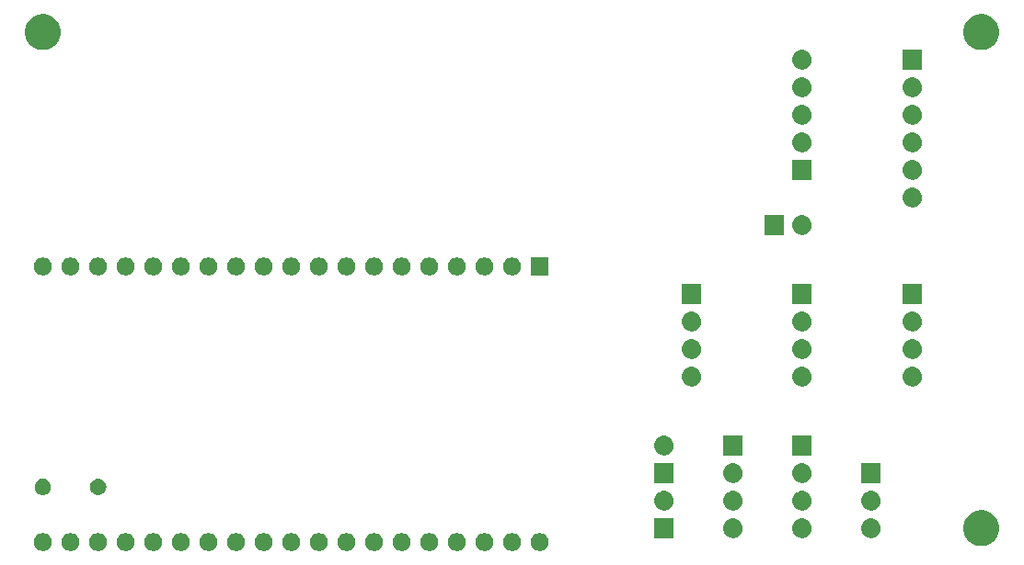
<source format=gbr>
G04 #@! TF.GenerationSoftware,KiCad,Pcbnew,(5.0.1)-4*
G04 #@! TF.CreationDate,2019-09-12T15:38:01+02:00*
G04 #@! TF.ProjectId,esp32roomlabel,6573703332726F6F6D6C6162656C2E6B,rev?*
G04 #@! TF.SameCoordinates,Original*
G04 #@! TF.FileFunction,Soldermask,Bot*
G04 #@! TF.FilePolarity,Negative*
%FSLAX46Y46*%
G04 Gerber Fmt 4.6, Leading zero omitted, Abs format (unit mm)*
G04 Created by KiCad (PCBNEW (5.0.1)-4) date 12.09.2019 15:38:01*
%MOMM*%
%LPD*%
G01*
G04 APERTURE LIST*
%ADD10C,0.100000*%
G04 APERTURE END LIST*
D10*
G36*
X109462391Y-126200934D02*
X109462393Y-126200935D01*
X109462394Y-126200935D01*
X109613626Y-126263577D01*
X109613627Y-126263578D01*
X109749735Y-126354522D01*
X109865478Y-126470265D01*
X109865480Y-126470268D01*
X109956423Y-126606374D01*
X110019065Y-126757606D01*
X110051000Y-126918154D01*
X110051000Y-127081846D01*
X110019065Y-127242394D01*
X109956423Y-127393626D01*
X109956422Y-127393627D01*
X109865478Y-127529735D01*
X109749735Y-127645478D01*
X109749732Y-127645480D01*
X109613626Y-127736423D01*
X109462394Y-127799065D01*
X109462393Y-127799065D01*
X109462391Y-127799066D01*
X109301848Y-127831000D01*
X109138152Y-127831000D01*
X108977609Y-127799066D01*
X108977607Y-127799065D01*
X108977606Y-127799065D01*
X108826374Y-127736423D01*
X108690268Y-127645480D01*
X108690265Y-127645478D01*
X108574522Y-127529735D01*
X108483578Y-127393627D01*
X108483577Y-127393626D01*
X108420935Y-127242394D01*
X108389000Y-127081846D01*
X108389000Y-126918154D01*
X108420935Y-126757606D01*
X108483577Y-126606374D01*
X108574520Y-126470268D01*
X108574522Y-126470265D01*
X108690265Y-126354522D01*
X108826373Y-126263578D01*
X108826374Y-126263577D01*
X108977606Y-126200935D01*
X108977607Y-126200935D01*
X108977609Y-126200934D01*
X109138152Y-126169000D01*
X109301848Y-126169000D01*
X109462391Y-126200934D01*
X109462391Y-126200934D01*
G37*
G36*
X86602391Y-126200934D02*
X86602393Y-126200935D01*
X86602394Y-126200935D01*
X86753626Y-126263577D01*
X86753627Y-126263578D01*
X86889735Y-126354522D01*
X87005478Y-126470265D01*
X87005480Y-126470268D01*
X87096423Y-126606374D01*
X87159065Y-126757606D01*
X87191000Y-126918154D01*
X87191000Y-127081846D01*
X87159065Y-127242394D01*
X87096423Y-127393626D01*
X87096422Y-127393627D01*
X87005478Y-127529735D01*
X86889735Y-127645478D01*
X86889732Y-127645480D01*
X86753626Y-127736423D01*
X86602394Y-127799065D01*
X86602393Y-127799065D01*
X86602391Y-127799066D01*
X86441848Y-127831000D01*
X86278152Y-127831000D01*
X86117609Y-127799066D01*
X86117607Y-127799065D01*
X86117606Y-127799065D01*
X85966374Y-127736423D01*
X85830268Y-127645480D01*
X85830265Y-127645478D01*
X85714522Y-127529735D01*
X85623578Y-127393627D01*
X85623577Y-127393626D01*
X85560935Y-127242394D01*
X85529000Y-127081846D01*
X85529000Y-126918154D01*
X85560935Y-126757606D01*
X85623577Y-126606374D01*
X85714520Y-126470268D01*
X85714522Y-126470265D01*
X85830265Y-126354522D01*
X85966373Y-126263578D01*
X85966374Y-126263577D01*
X86117606Y-126200935D01*
X86117607Y-126200935D01*
X86117609Y-126200934D01*
X86278152Y-126169000D01*
X86441848Y-126169000D01*
X86602391Y-126200934D01*
X86602391Y-126200934D01*
G37*
G36*
X66282391Y-126200934D02*
X66282393Y-126200935D01*
X66282394Y-126200935D01*
X66433626Y-126263577D01*
X66433627Y-126263578D01*
X66569735Y-126354522D01*
X66685478Y-126470265D01*
X66685480Y-126470268D01*
X66776423Y-126606374D01*
X66839065Y-126757606D01*
X66871000Y-126918154D01*
X66871000Y-127081846D01*
X66839065Y-127242394D01*
X66776423Y-127393626D01*
X66776422Y-127393627D01*
X66685478Y-127529735D01*
X66569735Y-127645478D01*
X66569732Y-127645480D01*
X66433626Y-127736423D01*
X66282394Y-127799065D01*
X66282393Y-127799065D01*
X66282391Y-127799066D01*
X66121848Y-127831000D01*
X65958152Y-127831000D01*
X65797609Y-127799066D01*
X65797607Y-127799065D01*
X65797606Y-127799065D01*
X65646374Y-127736423D01*
X65510268Y-127645480D01*
X65510265Y-127645478D01*
X65394522Y-127529735D01*
X65303578Y-127393627D01*
X65303577Y-127393626D01*
X65240935Y-127242394D01*
X65209000Y-127081846D01*
X65209000Y-126918154D01*
X65240935Y-126757606D01*
X65303577Y-126606374D01*
X65394520Y-126470268D01*
X65394522Y-126470265D01*
X65510265Y-126354522D01*
X65646373Y-126263578D01*
X65646374Y-126263577D01*
X65797606Y-126200935D01*
X65797607Y-126200935D01*
X65797609Y-126200934D01*
X65958152Y-126169000D01*
X66121848Y-126169000D01*
X66282391Y-126200934D01*
X66282391Y-126200934D01*
G37*
G36*
X68822391Y-126200934D02*
X68822393Y-126200935D01*
X68822394Y-126200935D01*
X68973626Y-126263577D01*
X68973627Y-126263578D01*
X69109735Y-126354522D01*
X69225478Y-126470265D01*
X69225480Y-126470268D01*
X69316423Y-126606374D01*
X69379065Y-126757606D01*
X69411000Y-126918154D01*
X69411000Y-127081846D01*
X69379065Y-127242394D01*
X69316423Y-127393626D01*
X69316422Y-127393627D01*
X69225478Y-127529735D01*
X69109735Y-127645478D01*
X69109732Y-127645480D01*
X68973626Y-127736423D01*
X68822394Y-127799065D01*
X68822393Y-127799065D01*
X68822391Y-127799066D01*
X68661848Y-127831000D01*
X68498152Y-127831000D01*
X68337609Y-127799066D01*
X68337607Y-127799065D01*
X68337606Y-127799065D01*
X68186374Y-127736423D01*
X68050268Y-127645480D01*
X68050265Y-127645478D01*
X67934522Y-127529735D01*
X67843578Y-127393627D01*
X67843577Y-127393626D01*
X67780935Y-127242394D01*
X67749000Y-127081846D01*
X67749000Y-126918154D01*
X67780935Y-126757606D01*
X67843577Y-126606374D01*
X67934520Y-126470268D01*
X67934522Y-126470265D01*
X68050265Y-126354522D01*
X68186373Y-126263578D01*
X68186374Y-126263577D01*
X68337606Y-126200935D01*
X68337607Y-126200935D01*
X68337609Y-126200934D01*
X68498152Y-126169000D01*
X68661848Y-126169000D01*
X68822391Y-126200934D01*
X68822391Y-126200934D01*
G37*
G36*
X71362391Y-126200934D02*
X71362393Y-126200935D01*
X71362394Y-126200935D01*
X71513626Y-126263577D01*
X71513627Y-126263578D01*
X71649735Y-126354522D01*
X71765478Y-126470265D01*
X71765480Y-126470268D01*
X71856423Y-126606374D01*
X71919065Y-126757606D01*
X71951000Y-126918154D01*
X71951000Y-127081846D01*
X71919065Y-127242394D01*
X71856423Y-127393626D01*
X71856422Y-127393627D01*
X71765478Y-127529735D01*
X71649735Y-127645478D01*
X71649732Y-127645480D01*
X71513626Y-127736423D01*
X71362394Y-127799065D01*
X71362393Y-127799065D01*
X71362391Y-127799066D01*
X71201848Y-127831000D01*
X71038152Y-127831000D01*
X70877609Y-127799066D01*
X70877607Y-127799065D01*
X70877606Y-127799065D01*
X70726374Y-127736423D01*
X70590268Y-127645480D01*
X70590265Y-127645478D01*
X70474522Y-127529735D01*
X70383578Y-127393627D01*
X70383577Y-127393626D01*
X70320935Y-127242394D01*
X70289000Y-127081846D01*
X70289000Y-126918154D01*
X70320935Y-126757606D01*
X70383577Y-126606374D01*
X70474520Y-126470268D01*
X70474522Y-126470265D01*
X70590265Y-126354522D01*
X70726373Y-126263578D01*
X70726374Y-126263577D01*
X70877606Y-126200935D01*
X70877607Y-126200935D01*
X70877609Y-126200934D01*
X71038152Y-126169000D01*
X71201848Y-126169000D01*
X71362391Y-126200934D01*
X71362391Y-126200934D01*
G37*
G36*
X73902391Y-126200934D02*
X73902393Y-126200935D01*
X73902394Y-126200935D01*
X74053626Y-126263577D01*
X74053627Y-126263578D01*
X74189735Y-126354522D01*
X74305478Y-126470265D01*
X74305480Y-126470268D01*
X74396423Y-126606374D01*
X74459065Y-126757606D01*
X74491000Y-126918154D01*
X74491000Y-127081846D01*
X74459065Y-127242394D01*
X74396423Y-127393626D01*
X74396422Y-127393627D01*
X74305478Y-127529735D01*
X74189735Y-127645478D01*
X74189732Y-127645480D01*
X74053626Y-127736423D01*
X73902394Y-127799065D01*
X73902393Y-127799065D01*
X73902391Y-127799066D01*
X73741848Y-127831000D01*
X73578152Y-127831000D01*
X73417609Y-127799066D01*
X73417607Y-127799065D01*
X73417606Y-127799065D01*
X73266374Y-127736423D01*
X73130268Y-127645480D01*
X73130265Y-127645478D01*
X73014522Y-127529735D01*
X72923578Y-127393627D01*
X72923577Y-127393626D01*
X72860935Y-127242394D01*
X72829000Y-127081846D01*
X72829000Y-126918154D01*
X72860935Y-126757606D01*
X72923577Y-126606374D01*
X73014520Y-126470268D01*
X73014522Y-126470265D01*
X73130265Y-126354522D01*
X73266373Y-126263578D01*
X73266374Y-126263577D01*
X73417606Y-126200935D01*
X73417607Y-126200935D01*
X73417609Y-126200934D01*
X73578152Y-126169000D01*
X73741848Y-126169000D01*
X73902391Y-126200934D01*
X73902391Y-126200934D01*
G37*
G36*
X76442391Y-126200934D02*
X76442393Y-126200935D01*
X76442394Y-126200935D01*
X76593626Y-126263577D01*
X76593627Y-126263578D01*
X76729735Y-126354522D01*
X76845478Y-126470265D01*
X76845480Y-126470268D01*
X76936423Y-126606374D01*
X76999065Y-126757606D01*
X77031000Y-126918154D01*
X77031000Y-127081846D01*
X76999065Y-127242394D01*
X76936423Y-127393626D01*
X76936422Y-127393627D01*
X76845478Y-127529735D01*
X76729735Y-127645478D01*
X76729732Y-127645480D01*
X76593626Y-127736423D01*
X76442394Y-127799065D01*
X76442393Y-127799065D01*
X76442391Y-127799066D01*
X76281848Y-127831000D01*
X76118152Y-127831000D01*
X75957609Y-127799066D01*
X75957607Y-127799065D01*
X75957606Y-127799065D01*
X75806374Y-127736423D01*
X75670268Y-127645480D01*
X75670265Y-127645478D01*
X75554522Y-127529735D01*
X75463578Y-127393627D01*
X75463577Y-127393626D01*
X75400935Y-127242394D01*
X75369000Y-127081846D01*
X75369000Y-126918154D01*
X75400935Y-126757606D01*
X75463577Y-126606374D01*
X75554520Y-126470268D01*
X75554522Y-126470265D01*
X75670265Y-126354522D01*
X75806373Y-126263578D01*
X75806374Y-126263577D01*
X75957606Y-126200935D01*
X75957607Y-126200935D01*
X75957609Y-126200934D01*
X76118152Y-126169000D01*
X76281848Y-126169000D01*
X76442391Y-126200934D01*
X76442391Y-126200934D01*
G37*
G36*
X78982391Y-126200934D02*
X78982393Y-126200935D01*
X78982394Y-126200935D01*
X79133626Y-126263577D01*
X79133627Y-126263578D01*
X79269735Y-126354522D01*
X79385478Y-126470265D01*
X79385480Y-126470268D01*
X79476423Y-126606374D01*
X79539065Y-126757606D01*
X79571000Y-126918154D01*
X79571000Y-127081846D01*
X79539065Y-127242394D01*
X79476423Y-127393626D01*
X79476422Y-127393627D01*
X79385478Y-127529735D01*
X79269735Y-127645478D01*
X79269732Y-127645480D01*
X79133626Y-127736423D01*
X78982394Y-127799065D01*
X78982393Y-127799065D01*
X78982391Y-127799066D01*
X78821848Y-127831000D01*
X78658152Y-127831000D01*
X78497609Y-127799066D01*
X78497607Y-127799065D01*
X78497606Y-127799065D01*
X78346374Y-127736423D01*
X78210268Y-127645480D01*
X78210265Y-127645478D01*
X78094522Y-127529735D01*
X78003578Y-127393627D01*
X78003577Y-127393626D01*
X77940935Y-127242394D01*
X77909000Y-127081846D01*
X77909000Y-126918154D01*
X77940935Y-126757606D01*
X78003577Y-126606374D01*
X78094520Y-126470268D01*
X78094522Y-126470265D01*
X78210265Y-126354522D01*
X78346373Y-126263578D01*
X78346374Y-126263577D01*
X78497606Y-126200935D01*
X78497607Y-126200935D01*
X78497609Y-126200934D01*
X78658152Y-126169000D01*
X78821848Y-126169000D01*
X78982391Y-126200934D01*
X78982391Y-126200934D01*
G37*
G36*
X81522391Y-126200934D02*
X81522393Y-126200935D01*
X81522394Y-126200935D01*
X81673626Y-126263577D01*
X81673627Y-126263578D01*
X81809735Y-126354522D01*
X81925478Y-126470265D01*
X81925480Y-126470268D01*
X82016423Y-126606374D01*
X82079065Y-126757606D01*
X82111000Y-126918154D01*
X82111000Y-127081846D01*
X82079065Y-127242394D01*
X82016423Y-127393626D01*
X82016422Y-127393627D01*
X81925478Y-127529735D01*
X81809735Y-127645478D01*
X81809732Y-127645480D01*
X81673626Y-127736423D01*
X81522394Y-127799065D01*
X81522393Y-127799065D01*
X81522391Y-127799066D01*
X81361848Y-127831000D01*
X81198152Y-127831000D01*
X81037609Y-127799066D01*
X81037607Y-127799065D01*
X81037606Y-127799065D01*
X80886374Y-127736423D01*
X80750268Y-127645480D01*
X80750265Y-127645478D01*
X80634522Y-127529735D01*
X80543578Y-127393627D01*
X80543577Y-127393626D01*
X80480935Y-127242394D01*
X80449000Y-127081846D01*
X80449000Y-126918154D01*
X80480935Y-126757606D01*
X80543577Y-126606374D01*
X80634520Y-126470268D01*
X80634522Y-126470265D01*
X80750265Y-126354522D01*
X80886373Y-126263578D01*
X80886374Y-126263577D01*
X81037606Y-126200935D01*
X81037607Y-126200935D01*
X81037609Y-126200934D01*
X81198152Y-126169000D01*
X81361848Y-126169000D01*
X81522391Y-126200934D01*
X81522391Y-126200934D01*
G37*
G36*
X84062391Y-126200934D02*
X84062393Y-126200935D01*
X84062394Y-126200935D01*
X84213626Y-126263577D01*
X84213627Y-126263578D01*
X84349735Y-126354522D01*
X84465478Y-126470265D01*
X84465480Y-126470268D01*
X84556423Y-126606374D01*
X84619065Y-126757606D01*
X84651000Y-126918154D01*
X84651000Y-127081846D01*
X84619065Y-127242394D01*
X84556423Y-127393626D01*
X84556422Y-127393627D01*
X84465478Y-127529735D01*
X84349735Y-127645478D01*
X84349732Y-127645480D01*
X84213626Y-127736423D01*
X84062394Y-127799065D01*
X84062393Y-127799065D01*
X84062391Y-127799066D01*
X83901848Y-127831000D01*
X83738152Y-127831000D01*
X83577609Y-127799066D01*
X83577607Y-127799065D01*
X83577606Y-127799065D01*
X83426374Y-127736423D01*
X83290268Y-127645480D01*
X83290265Y-127645478D01*
X83174522Y-127529735D01*
X83083578Y-127393627D01*
X83083577Y-127393626D01*
X83020935Y-127242394D01*
X82989000Y-127081846D01*
X82989000Y-126918154D01*
X83020935Y-126757606D01*
X83083577Y-126606374D01*
X83174520Y-126470268D01*
X83174522Y-126470265D01*
X83290265Y-126354522D01*
X83426373Y-126263578D01*
X83426374Y-126263577D01*
X83577606Y-126200935D01*
X83577607Y-126200935D01*
X83577609Y-126200934D01*
X83738152Y-126169000D01*
X83901848Y-126169000D01*
X84062391Y-126200934D01*
X84062391Y-126200934D01*
G37*
G36*
X89142391Y-126200934D02*
X89142393Y-126200935D01*
X89142394Y-126200935D01*
X89293626Y-126263577D01*
X89293627Y-126263578D01*
X89429735Y-126354522D01*
X89545478Y-126470265D01*
X89545480Y-126470268D01*
X89636423Y-126606374D01*
X89699065Y-126757606D01*
X89731000Y-126918154D01*
X89731000Y-127081846D01*
X89699065Y-127242394D01*
X89636423Y-127393626D01*
X89636422Y-127393627D01*
X89545478Y-127529735D01*
X89429735Y-127645478D01*
X89429732Y-127645480D01*
X89293626Y-127736423D01*
X89142394Y-127799065D01*
X89142393Y-127799065D01*
X89142391Y-127799066D01*
X88981848Y-127831000D01*
X88818152Y-127831000D01*
X88657609Y-127799066D01*
X88657607Y-127799065D01*
X88657606Y-127799065D01*
X88506374Y-127736423D01*
X88370268Y-127645480D01*
X88370265Y-127645478D01*
X88254522Y-127529735D01*
X88163578Y-127393627D01*
X88163577Y-127393626D01*
X88100935Y-127242394D01*
X88069000Y-127081846D01*
X88069000Y-126918154D01*
X88100935Y-126757606D01*
X88163577Y-126606374D01*
X88254520Y-126470268D01*
X88254522Y-126470265D01*
X88370265Y-126354522D01*
X88506373Y-126263578D01*
X88506374Y-126263577D01*
X88657606Y-126200935D01*
X88657607Y-126200935D01*
X88657609Y-126200934D01*
X88818152Y-126169000D01*
X88981848Y-126169000D01*
X89142391Y-126200934D01*
X89142391Y-126200934D01*
G37*
G36*
X91682391Y-126200934D02*
X91682393Y-126200935D01*
X91682394Y-126200935D01*
X91833626Y-126263577D01*
X91833627Y-126263578D01*
X91969735Y-126354522D01*
X92085478Y-126470265D01*
X92085480Y-126470268D01*
X92176423Y-126606374D01*
X92239065Y-126757606D01*
X92271000Y-126918154D01*
X92271000Y-127081846D01*
X92239065Y-127242394D01*
X92176423Y-127393626D01*
X92176422Y-127393627D01*
X92085478Y-127529735D01*
X91969735Y-127645478D01*
X91969732Y-127645480D01*
X91833626Y-127736423D01*
X91682394Y-127799065D01*
X91682393Y-127799065D01*
X91682391Y-127799066D01*
X91521848Y-127831000D01*
X91358152Y-127831000D01*
X91197609Y-127799066D01*
X91197607Y-127799065D01*
X91197606Y-127799065D01*
X91046374Y-127736423D01*
X90910268Y-127645480D01*
X90910265Y-127645478D01*
X90794522Y-127529735D01*
X90703578Y-127393627D01*
X90703577Y-127393626D01*
X90640935Y-127242394D01*
X90609000Y-127081846D01*
X90609000Y-126918154D01*
X90640935Y-126757606D01*
X90703577Y-126606374D01*
X90794520Y-126470268D01*
X90794522Y-126470265D01*
X90910265Y-126354522D01*
X91046373Y-126263578D01*
X91046374Y-126263577D01*
X91197606Y-126200935D01*
X91197607Y-126200935D01*
X91197609Y-126200934D01*
X91358152Y-126169000D01*
X91521848Y-126169000D01*
X91682391Y-126200934D01*
X91682391Y-126200934D01*
G37*
G36*
X94222391Y-126200934D02*
X94222393Y-126200935D01*
X94222394Y-126200935D01*
X94373626Y-126263577D01*
X94373627Y-126263578D01*
X94509735Y-126354522D01*
X94625478Y-126470265D01*
X94625480Y-126470268D01*
X94716423Y-126606374D01*
X94779065Y-126757606D01*
X94811000Y-126918154D01*
X94811000Y-127081846D01*
X94779065Y-127242394D01*
X94716423Y-127393626D01*
X94716422Y-127393627D01*
X94625478Y-127529735D01*
X94509735Y-127645478D01*
X94509732Y-127645480D01*
X94373626Y-127736423D01*
X94222394Y-127799065D01*
X94222393Y-127799065D01*
X94222391Y-127799066D01*
X94061848Y-127831000D01*
X93898152Y-127831000D01*
X93737609Y-127799066D01*
X93737607Y-127799065D01*
X93737606Y-127799065D01*
X93586374Y-127736423D01*
X93450268Y-127645480D01*
X93450265Y-127645478D01*
X93334522Y-127529735D01*
X93243578Y-127393627D01*
X93243577Y-127393626D01*
X93180935Y-127242394D01*
X93149000Y-127081846D01*
X93149000Y-126918154D01*
X93180935Y-126757606D01*
X93243577Y-126606374D01*
X93334520Y-126470268D01*
X93334522Y-126470265D01*
X93450265Y-126354522D01*
X93586373Y-126263578D01*
X93586374Y-126263577D01*
X93737606Y-126200935D01*
X93737607Y-126200935D01*
X93737609Y-126200934D01*
X93898152Y-126169000D01*
X94061848Y-126169000D01*
X94222391Y-126200934D01*
X94222391Y-126200934D01*
G37*
G36*
X96762391Y-126200934D02*
X96762393Y-126200935D01*
X96762394Y-126200935D01*
X96913626Y-126263577D01*
X96913627Y-126263578D01*
X97049735Y-126354522D01*
X97165478Y-126470265D01*
X97165480Y-126470268D01*
X97256423Y-126606374D01*
X97319065Y-126757606D01*
X97351000Y-126918154D01*
X97351000Y-127081846D01*
X97319065Y-127242394D01*
X97256423Y-127393626D01*
X97256422Y-127393627D01*
X97165478Y-127529735D01*
X97049735Y-127645478D01*
X97049732Y-127645480D01*
X96913626Y-127736423D01*
X96762394Y-127799065D01*
X96762393Y-127799065D01*
X96762391Y-127799066D01*
X96601848Y-127831000D01*
X96438152Y-127831000D01*
X96277609Y-127799066D01*
X96277607Y-127799065D01*
X96277606Y-127799065D01*
X96126374Y-127736423D01*
X95990268Y-127645480D01*
X95990265Y-127645478D01*
X95874522Y-127529735D01*
X95783578Y-127393627D01*
X95783577Y-127393626D01*
X95720935Y-127242394D01*
X95689000Y-127081846D01*
X95689000Y-126918154D01*
X95720935Y-126757606D01*
X95783577Y-126606374D01*
X95874520Y-126470268D01*
X95874522Y-126470265D01*
X95990265Y-126354522D01*
X96126373Y-126263578D01*
X96126374Y-126263577D01*
X96277606Y-126200935D01*
X96277607Y-126200935D01*
X96277609Y-126200934D01*
X96438152Y-126169000D01*
X96601848Y-126169000D01*
X96762391Y-126200934D01*
X96762391Y-126200934D01*
G37*
G36*
X99302391Y-126200934D02*
X99302393Y-126200935D01*
X99302394Y-126200935D01*
X99453626Y-126263577D01*
X99453627Y-126263578D01*
X99589735Y-126354522D01*
X99705478Y-126470265D01*
X99705480Y-126470268D01*
X99796423Y-126606374D01*
X99859065Y-126757606D01*
X99891000Y-126918154D01*
X99891000Y-127081846D01*
X99859065Y-127242394D01*
X99796423Y-127393626D01*
X99796422Y-127393627D01*
X99705478Y-127529735D01*
X99589735Y-127645478D01*
X99589732Y-127645480D01*
X99453626Y-127736423D01*
X99302394Y-127799065D01*
X99302393Y-127799065D01*
X99302391Y-127799066D01*
X99141848Y-127831000D01*
X98978152Y-127831000D01*
X98817609Y-127799066D01*
X98817607Y-127799065D01*
X98817606Y-127799065D01*
X98666374Y-127736423D01*
X98530268Y-127645480D01*
X98530265Y-127645478D01*
X98414522Y-127529735D01*
X98323578Y-127393627D01*
X98323577Y-127393626D01*
X98260935Y-127242394D01*
X98229000Y-127081846D01*
X98229000Y-126918154D01*
X98260935Y-126757606D01*
X98323577Y-126606374D01*
X98414520Y-126470268D01*
X98414522Y-126470265D01*
X98530265Y-126354522D01*
X98666373Y-126263578D01*
X98666374Y-126263577D01*
X98817606Y-126200935D01*
X98817607Y-126200935D01*
X98817609Y-126200934D01*
X98978152Y-126169000D01*
X99141848Y-126169000D01*
X99302391Y-126200934D01*
X99302391Y-126200934D01*
G37*
G36*
X101842391Y-126200934D02*
X101842393Y-126200935D01*
X101842394Y-126200935D01*
X101993626Y-126263577D01*
X101993627Y-126263578D01*
X102129735Y-126354522D01*
X102245478Y-126470265D01*
X102245480Y-126470268D01*
X102336423Y-126606374D01*
X102399065Y-126757606D01*
X102431000Y-126918154D01*
X102431000Y-127081846D01*
X102399065Y-127242394D01*
X102336423Y-127393626D01*
X102336422Y-127393627D01*
X102245478Y-127529735D01*
X102129735Y-127645478D01*
X102129732Y-127645480D01*
X101993626Y-127736423D01*
X101842394Y-127799065D01*
X101842393Y-127799065D01*
X101842391Y-127799066D01*
X101681848Y-127831000D01*
X101518152Y-127831000D01*
X101357609Y-127799066D01*
X101357607Y-127799065D01*
X101357606Y-127799065D01*
X101206374Y-127736423D01*
X101070268Y-127645480D01*
X101070265Y-127645478D01*
X100954522Y-127529735D01*
X100863578Y-127393627D01*
X100863577Y-127393626D01*
X100800935Y-127242394D01*
X100769000Y-127081846D01*
X100769000Y-126918154D01*
X100800935Y-126757606D01*
X100863577Y-126606374D01*
X100954520Y-126470268D01*
X100954522Y-126470265D01*
X101070265Y-126354522D01*
X101206373Y-126263578D01*
X101206374Y-126263577D01*
X101357606Y-126200935D01*
X101357607Y-126200935D01*
X101357609Y-126200934D01*
X101518152Y-126169000D01*
X101681848Y-126169000D01*
X101842391Y-126200934D01*
X101842391Y-126200934D01*
G37*
G36*
X104382391Y-126200934D02*
X104382393Y-126200935D01*
X104382394Y-126200935D01*
X104533626Y-126263577D01*
X104533627Y-126263578D01*
X104669735Y-126354522D01*
X104785478Y-126470265D01*
X104785480Y-126470268D01*
X104876423Y-126606374D01*
X104939065Y-126757606D01*
X104971000Y-126918154D01*
X104971000Y-127081846D01*
X104939065Y-127242394D01*
X104876423Y-127393626D01*
X104876422Y-127393627D01*
X104785478Y-127529735D01*
X104669735Y-127645478D01*
X104669732Y-127645480D01*
X104533626Y-127736423D01*
X104382394Y-127799065D01*
X104382393Y-127799065D01*
X104382391Y-127799066D01*
X104221848Y-127831000D01*
X104058152Y-127831000D01*
X103897609Y-127799066D01*
X103897607Y-127799065D01*
X103897606Y-127799065D01*
X103746374Y-127736423D01*
X103610268Y-127645480D01*
X103610265Y-127645478D01*
X103494522Y-127529735D01*
X103403578Y-127393627D01*
X103403577Y-127393626D01*
X103340935Y-127242394D01*
X103309000Y-127081846D01*
X103309000Y-126918154D01*
X103340935Y-126757606D01*
X103403577Y-126606374D01*
X103494520Y-126470268D01*
X103494522Y-126470265D01*
X103610265Y-126354522D01*
X103746373Y-126263578D01*
X103746374Y-126263577D01*
X103897606Y-126200935D01*
X103897607Y-126200935D01*
X103897609Y-126200934D01*
X104058152Y-126169000D01*
X104221848Y-126169000D01*
X104382391Y-126200934D01*
X104382391Y-126200934D01*
G37*
G36*
X106922391Y-126200934D02*
X106922393Y-126200935D01*
X106922394Y-126200935D01*
X107073626Y-126263577D01*
X107073627Y-126263578D01*
X107209735Y-126354522D01*
X107325478Y-126470265D01*
X107325480Y-126470268D01*
X107416423Y-126606374D01*
X107479065Y-126757606D01*
X107511000Y-126918154D01*
X107511000Y-127081846D01*
X107479065Y-127242394D01*
X107416423Y-127393626D01*
X107416422Y-127393627D01*
X107325478Y-127529735D01*
X107209735Y-127645478D01*
X107209732Y-127645480D01*
X107073626Y-127736423D01*
X106922394Y-127799065D01*
X106922393Y-127799065D01*
X106922391Y-127799066D01*
X106761848Y-127831000D01*
X106598152Y-127831000D01*
X106437609Y-127799066D01*
X106437607Y-127799065D01*
X106437606Y-127799065D01*
X106286374Y-127736423D01*
X106150268Y-127645480D01*
X106150265Y-127645478D01*
X106034522Y-127529735D01*
X105943578Y-127393627D01*
X105943577Y-127393626D01*
X105880935Y-127242394D01*
X105849000Y-127081846D01*
X105849000Y-126918154D01*
X105880935Y-126757606D01*
X105943577Y-126606374D01*
X106034520Y-126470268D01*
X106034522Y-126470265D01*
X106150265Y-126354522D01*
X106286373Y-126263578D01*
X106286374Y-126263577D01*
X106437606Y-126200935D01*
X106437607Y-126200935D01*
X106437609Y-126200934D01*
X106598152Y-126169000D01*
X106761848Y-126169000D01*
X106922391Y-126200934D01*
X106922391Y-126200934D01*
G37*
G36*
X112002391Y-126200934D02*
X112002393Y-126200935D01*
X112002394Y-126200935D01*
X112153626Y-126263577D01*
X112153627Y-126263578D01*
X112289735Y-126354522D01*
X112405478Y-126470265D01*
X112405480Y-126470268D01*
X112496423Y-126606374D01*
X112559065Y-126757606D01*
X112591000Y-126918154D01*
X112591000Y-127081846D01*
X112559065Y-127242394D01*
X112496423Y-127393626D01*
X112496422Y-127393627D01*
X112405478Y-127529735D01*
X112289735Y-127645478D01*
X112289732Y-127645480D01*
X112153626Y-127736423D01*
X112002394Y-127799065D01*
X112002393Y-127799065D01*
X112002391Y-127799066D01*
X111841848Y-127831000D01*
X111678152Y-127831000D01*
X111517609Y-127799066D01*
X111517607Y-127799065D01*
X111517606Y-127799065D01*
X111366374Y-127736423D01*
X111230268Y-127645480D01*
X111230265Y-127645478D01*
X111114522Y-127529735D01*
X111023578Y-127393627D01*
X111023577Y-127393626D01*
X110960935Y-127242394D01*
X110929000Y-127081846D01*
X110929000Y-126918154D01*
X110960935Y-126757606D01*
X111023577Y-126606374D01*
X111114520Y-126470268D01*
X111114522Y-126470265D01*
X111230265Y-126354522D01*
X111366373Y-126263578D01*
X111366374Y-126263577D01*
X111517606Y-126200935D01*
X111517607Y-126200935D01*
X111517609Y-126200934D01*
X111678152Y-126169000D01*
X111841848Y-126169000D01*
X112002391Y-126200934D01*
X112002391Y-126200934D01*
G37*
G36*
X152775256Y-124121298D02*
X152881579Y-124142447D01*
X153182042Y-124266903D01*
X153448852Y-124445180D01*
X153452454Y-124447587D01*
X153682413Y-124677546D01*
X153682415Y-124677549D01*
X153863097Y-124947958D01*
X153987553Y-125248421D01*
X154051000Y-125567391D01*
X154051000Y-125892609D01*
X153987553Y-126211579D01*
X153863097Y-126512042D01*
X153699016Y-126757606D01*
X153682413Y-126782454D01*
X153452454Y-127012413D01*
X153452451Y-127012415D01*
X153182042Y-127193097D01*
X152881579Y-127317553D01*
X152775256Y-127338702D01*
X152562611Y-127381000D01*
X152237389Y-127381000D01*
X152024744Y-127338702D01*
X151918421Y-127317553D01*
X151617958Y-127193097D01*
X151347549Y-127012415D01*
X151347546Y-127012413D01*
X151117587Y-126782454D01*
X151100984Y-126757606D01*
X150936903Y-126512042D01*
X150812447Y-126211579D01*
X150749000Y-125892609D01*
X150749000Y-125567391D01*
X150812447Y-125248421D01*
X150936903Y-124947958D01*
X151117585Y-124677549D01*
X151117587Y-124677546D01*
X151347546Y-124447587D01*
X151351148Y-124445180D01*
X151617958Y-124266903D01*
X151918421Y-124142447D01*
X152024744Y-124121298D01*
X152237389Y-124079000D01*
X152562611Y-124079000D01*
X152775256Y-124121298D01*
X152775256Y-124121298D01*
G37*
G36*
X142350443Y-124835519D02*
X142416627Y-124842037D01*
X142529853Y-124876384D01*
X142586467Y-124893557D01*
X142688246Y-124947960D01*
X142742991Y-124977222D01*
X142778729Y-125006552D01*
X142880186Y-125089814D01*
X142963448Y-125191271D01*
X142992778Y-125227009D01*
X142992779Y-125227011D01*
X143076443Y-125383533D01*
X143076443Y-125383534D01*
X143127963Y-125553373D01*
X143145359Y-125730000D01*
X143127963Y-125906627D01*
X143093616Y-126019853D01*
X143076443Y-126076467D01*
X143026982Y-126169000D01*
X142992778Y-126232991D01*
X142967676Y-126263578D01*
X142880186Y-126370186D01*
X142778729Y-126453448D01*
X142742991Y-126482778D01*
X142742989Y-126482779D01*
X142586467Y-126566443D01*
X142529853Y-126583616D01*
X142416627Y-126617963D01*
X142350442Y-126624482D01*
X142284260Y-126631000D01*
X142195740Y-126631000D01*
X142129558Y-126624482D01*
X142063373Y-126617963D01*
X141950147Y-126583616D01*
X141893533Y-126566443D01*
X141737011Y-126482779D01*
X141737009Y-126482778D01*
X141701271Y-126453448D01*
X141599814Y-126370186D01*
X141512324Y-126263578D01*
X141487222Y-126232991D01*
X141453018Y-126169000D01*
X141403557Y-126076467D01*
X141386384Y-126019853D01*
X141352037Y-125906627D01*
X141334641Y-125730000D01*
X141352037Y-125553373D01*
X141403557Y-125383534D01*
X141403557Y-125383533D01*
X141487221Y-125227011D01*
X141487222Y-125227009D01*
X141516552Y-125191271D01*
X141599814Y-125089814D01*
X141701271Y-125006552D01*
X141737009Y-124977222D01*
X141791754Y-124947960D01*
X141893533Y-124893557D01*
X141950147Y-124876384D01*
X142063373Y-124842037D01*
X142129557Y-124835519D01*
X142195740Y-124829000D01*
X142284260Y-124829000D01*
X142350443Y-124835519D01*
X142350443Y-124835519D01*
G37*
G36*
X129650443Y-124835519D02*
X129716627Y-124842037D01*
X129829853Y-124876384D01*
X129886467Y-124893557D01*
X129988246Y-124947960D01*
X130042991Y-124977222D01*
X130078729Y-125006552D01*
X130180186Y-125089814D01*
X130263448Y-125191271D01*
X130292778Y-125227009D01*
X130292779Y-125227011D01*
X130376443Y-125383533D01*
X130376443Y-125383534D01*
X130427963Y-125553373D01*
X130445359Y-125730000D01*
X130427963Y-125906627D01*
X130393616Y-126019853D01*
X130376443Y-126076467D01*
X130326982Y-126169000D01*
X130292778Y-126232991D01*
X130267676Y-126263578D01*
X130180186Y-126370186D01*
X130078729Y-126453448D01*
X130042991Y-126482778D01*
X130042989Y-126482779D01*
X129886467Y-126566443D01*
X129829853Y-126583616D01*
X129716627Y-126617963D01*
X129650442Y-126624482D01*
X129584260Y-126631000D01*
X129495740Y-126631000D01*
X129429558Y-126624482D01*
X129363373Y-126617963D01*
X129250147Y-126583616D01*
X129193533Y-126566443D01*
X129037011Y-126482779D01*
X129037009Y-126482778D01*
X129001271Y-126453448D01*
X128899814Y-126370186D01*
X128812324Y-126263578D01*
X128787222Y-126232991D01*
X128753018Y-126169000D01*
X128703557Y-126076467D01*
X128686384Y-126019853D01*
X128652037Y-125906627D01*
X128634641Y-125730000D01*
X128652037Y-125553373D01*
X128703557Y-125383534D01*
X128703557Y-125383533D01*
X128787221Y-125227011D01*
X128787222Y-125227009D01*
X128816552Y-125191271D01*
X128899814Y-125089814D01*
X129001271Y-125006552D01*
X129037009Y-124977222D01*
X129091754Y-124947960D01*
X129193533Y-124893557D01*
X129250147Y-124876384D01*
X129363373Y-124842037D01*
X129429557Y-124835519D01*
X129495740Y-124829000D01*
X129584260Y-124829000D01*
X129650443Y-124835519D01*
X129650443Y-124835519D01*
G37*
G36*
X136000443Y-124835519D02*
X136066627Y-124842037D01*
X136179853Y-124876384D01*
X136236467Y-124893557D01*
X136338246Y-124947960D01*
X136392991Y-124977222D01*
X136428729Y-125006552D01*
X136530186Y-125089814D01*
X136613448Y-125191271D01*
X136642778Y-125227009D01*
X136642779Y-125227011D01*
X136726443Y-125383533D01*
X136726443Y-125383534D01*
X136777963Y-125553373D01*
X136795359Y-125730000D01*
X136777963Y-125906627D01*
X136743616Y-126019853D01*
X136726443Y-126076467D01*
X136676982Y-126169000D01*
X136642778Y-126232991D01*
X136617676Y-126263578D01*
X136530186Y-126370186D01*
X136428729Y-126453448D01*
X136392991Y-126482778D01*
X136392989Y-126482779D01*
X136236467Y-126566443D01*
X136179853Y-126583616D01*
X136066627Y-126617963D01*
X136000442Y-126624482D01*
X135934260Y-126631000D01*
X135845740Y-126631000D01*
X135779558Y-126624482D01*
X135713373Y-126617963D01*
X135600147Y-126583616D01*
X135543533Y-126566443D01*
X135387011Y-126482779D01*
X135387009Y-126482778D01*
X135351271Y-126453448D01*
X135249814Y-126370186D01*
X135162324Y-126263578D01*
X135137222Y-126232991D01*
X135103018Y-126169000D01*
X135053557Y-126076467D01*
X135036384Y-126019853D01*
X135002037Y-125906627D01*
X134984641Y-125730000D01*
X135002037Y-125553373D01*
X135053557Y-125383534D01*
X135053557Y-125383533D01*
X135137221Y-125227011D01*
X135137222Y-125227009D01*
X135166552Y-125191271D01*
X135249814Y-125089814D01*
X135351271Y-125006552D01*
X135387009Y-124977222D01*
X135441754Y-124947960D01*
X135543533Y-124893557D01*
X135600147Y-124876384D01*
X135713373Y-124842037D01*
X135779557Y-124835519D01*
X135845740Y-124829000D01*
X135934260Y-124829000D01*
X136000443Y-124835519D01*
X136000443Y-124835519D01*
G37*
G36*
X124091000Y-126631000D02*
X122289000Y-126631000D01*
X122289000Y-124829000D01*
X124091000Y-124829000D01*
X124091000Y-126631000D01*
X124091000Y-126631000D01*
G37*
G36*
X142350443Y-122295519D02*
X142416627Y-122302037D01*
X142529853Y-122336384D01*
X142586467Y-122353557D01*
X142670993Y-122398738D01*
X142742991Y-122437222D01*
X142778729Y-122466552D01*
X142880186Y-122549814D01*
X142935479Y-122617190D01*
X142992778Y-122687009D01*
X142992779Y-122687011D01*
X143076443Y-122843533D01*
X143076443Y-122843534D01*
X143127963Y-123013373D01*
X143145359Y-123190000D01*
X143127963Y-123366627D01*
X143093616Y-123479853D01*
X143076443Y-123536467D01*
X143002348Y-123675087D01*
X142992778Y-123692991D01*
X142963448Y-123728729D01*
X142880186Y-123830186D01*
X142778729Y-123913448D01*
X142742991Y-123942778D01*
X142742989Y-123942779D01*
X142586467Y-124026443D01*
X142529853Y-124043616D01*
X142416627Y-124077963D01*
X142350442Y-124084482D01*
X142284260Y-124091000D01*
X142195740Y-124091000D01*
X142129558Y-124084482D01*
X142063373Y-124077963D01*
X141950147Y-124043616D01*
X141893533Y-124026443D01*
X141737011Y-123942779D01*
X141737009Y-123942778D01*
X141701271Y-123913448D01*
X141599814Y-123830186D01*
X141516552Y-123728729D01*
X141487222Y-123692991D01*
X141477652Y-123675087D01*
X141403557Y-123536467D01*
X141386384Y-123479853D01*
X141352037Y-123366627D01*
X141334641Y-123190000D01*
X141352037Y-123013373D01*
X141403557Y-122843534D01*
X141403557Y-122843533D01*
X141487221Y-122687011D01*
X141487222Y-122687009D01*
X141544521Y-122617190D01*
X141599814Y-122549814D01*
X141701271Y-122466552D01*
X141737009Y-122437222D01*
X141809007Y-122398738D01*
X141893533Y-122353557D01*
X141950147Y-122336384D01*
X142063373Y-122302037D01*
X142129557Y-122295519D01*
X142195740Y-122289000D01*
X142284260Y-122289000D01*
X142350443Y-122295519D01*
X142350443Y-122295519D01*
G37*
G36*
X129650443Y-122295519D02*
X129716627Y-122302037D01*
X129829853Y-122336384D01*
X129886467Y-122353557D01*
X129970993Y-122398738D01*
X130042991Y-122437222D01*
X130078729Y-122466552D01*
X130180186Y-122549814D01*
X130235479Y-122617190D01*
X130292778Y-122687009D01*
X130292779Y-122687011D01*
X130376443Y-122843533D01*
X130376443Y-122843534D01*
X130427963Y-123013373D01*
X130445359Y-123190000D01*
X130427963Y-123366627D01*
X130393616Y-123479853D01*
X130376443Y-123536467D01*
X130302348Y-123675087D01*
X130292778Y-123692991D01*
X130263448Y-123728729D01*
X130180186Y-123830186D01*
X130078729Y-123913448D01*
X130042991Y-123942778D01*
X130042989Y-123942779D01*
X129886467Y-124026443D01*
X129829853Y-124043616D01*
X129716627Y-124077963D01*
X129650442Y-124084482D01*
X129584260Y-124091000D01*
X129495740Y-124091000D01*
X129429558Y-124084482D01*
X129363373Y-124077963D01*
X129250147Y-124043616D01*
X129193533Y-124026443D01*
X129037011Y-123942779D01*
X129037009Y-123942778D01*
X129001271Y-123913448D01*
X128899814Y-123830186D01*
X128816552Y-123728729D01*
X128787222Y-123692991D01*
X128777652Y-123675087D01*
X128703557Y-123536467D01*
X128686384Y-123479853D01*
X128652037Y-123366627D01*
X128634641Y-123190000D01*
X128652037Y-123013373D01*
X128703557Y-122843534D01*
X128703557Y-122843533D01*
X128787221Y-122687011D01*
X128787222Y-122687009D01*
X128844521Y-122617190D01*
X128899814Y-122549814D01*
X129001271Y-122466552D01*
X129037009Y-122437222D01*
X129109007Y-122398738D01*
X129193533Y-122353557D01*
X129250147Y-122336384D01*
X129363373Y-122302037D01*
X129429557Y-122295519D01*
X129495740Y-122289000D01*
X129584260Y-122289000D01*
X129650443Y-122295519D01*
X129650443Y-122295519D01*
G37*
G36*
X136000443Y-122295519D02*
X136066627Y-122302037D01*
X136179853Y-122336384D01*
X136236467Y-122353557D01*
X136320993Y-122398738D01*
X136392991Y-122437222D01*
X136428729Y-122466552D01*
X136530186Y-122549814D01*
X136585479Y-122617190D01*
X136642778Y-122687009D01*
X136642779Y-122687011D01*
X136726443Y-122843533D01*
X136726443Y-122843534D01*
X136777963Y-123013373D01*
X136795359Y-123190000D01*
X136777963Y-123366627D01*
X136743616Y-123479853D01*
X136726443Y-123536467D01*
X136652348Y-123675087D01*
X136642778Y-123692991D01*
X136613448Y-123728729D01*
X136530186Y-123830186D01*
X136428729Y-123913448D01*
X136392991Y-123942778D01*
X136392989Y-123942779D01*
X136236467Y-124026443D01*
X136179853Y-124043616D01*
X136066627Y-124077963D01*
X136000442Y-124084482D01*
X135934260Y-124091000D01*
X135845740Y-124091000D01*
X135779558Y-124084482D01*
X135713373Y-124077963D01*
X135600147Y-124043616D01*
X135543533Y-124026443D01*
X135387011Y-123942779D01*
X135387009Y-123942778D01*
X135351271Y-123913448D01*
X135249814Y-123830186D01*
X135166552Y-123728729D01*
X135137222Y-123692991D01*
X135127652Y-123675087D01*
X135053557Y-123536467D01*
X135036384Y-123479853D01*
X135002037Y-123366627D01*
X134984641Y-123190000D01*
X135002037Y-123013373D01*
X135053557Y-122843534D01*
X135053557Y-122843533D01*
X135137221Y-122687011D01*
X135137222Y-122687009D01*
X135194521Y-122617190D01*
X135249814Y-122549814D01*
X135351271Y-122466552D01*
X135387009Y-122437222D01*
X135459007Y-122398738D01*
X135543533Y-122353557D01*
X135600147Y-122336384D01*
X135713373Y-122302037D01*
X135779557Y-122295519D01*
X135845740Y-122289000D01*
X135934260Y-122289000D01*
X136000443Y-122295519D01*
X136000443Y-122295519D01*
G37*
G36*
X123300443Y-122295519D02*
X123366627Y-122302037D01*
X123479853Y-122336384D01*
X123536467Y-122353557D01*
X123620993Y-122398738D01*
X123692991Y-122437222D01*
X123728729Y-122466552D01*
X123830186Y-122549814D01*
X123885479Y-122617190D01*
X123942778Y-122687009D01*
X123942779Y-122687011D01*
X124026443Y-122843533D01*
X124026443Y-122843534D01*
X124077963Y-123013373D01*
X124095359Y-123190000D01*
X124077963Y-123366627D01*
X124043616Y-123479853D01*
X124026443Y-123536467D01*
X123952348Y-123675087D01*
X123942778Y-123692991D01*
X123913448Y-123728729D01*
X123830186Y-123830186D01*
X123728729Y-123913448D01*
X123692991Y-123942778D01*
X123692989Y-123942779D01*
X123536467Y-124026443D01*
X123479853Y-124043616D01*
X123366627Y-124077963D01*
X123300442Y-124084482D01*
X123234260Y-124091000D01*
X123145740Y-124091000D01*
X123079558Y-124084482D01*
X123013373Y-124077963D01*
X122900147Y-124043616D01*
X122843533Y-124026443D01*
X122687011Y-123942779D01*
X122687009Y-123942778D01*
X122651271Y-123913448D01*
X122549814Y-123830186D01*
X122466552Y-123728729D01*
X122437222Y-123692991D01*
X122427652Y-123675087D01*
X122353557Y-123536467D01*
X122336384Y-123479853D01*
X122302037Y-123366627D01*
X122284641Y-123190000D01*
X122302037Y-123013373D01*
X122353557Y-122843534D01*
X122353557Y-122843533D01*
X122437221Y-122687011D01*
X122437222Y-122687009D01*
X122494521Y-122617190D01*
X122549814Y-122549814D01*
X122651271Y-122466552D01*
X122687009Y-122437222D01*
X122759007Y-122398738D01*
X122843533Y-122353557D01*
X122900147Y-122336384D01*
X123013373Y-122302037D01*
X123079557Y-122295519D01*
X123145740Y-122289000D01*
X123234260Y-122289000D01*
X123300443Y-122295519D01*
X123300443Y-122295519D01*
G37*
G36*
X71193665Y-121172622D02*
X71267222Y-121179867D01*
X71408786Y-121222810D01*
X71539252Y-121292546D01*
X71653606Y-121386394D01*
X71747454Y-121500748D01*
X71817190Y-121631214D01*
X71860133Y-121772778D01*
X71874633Y-121920000D01*
X71860133Y-122067222D01*
X71817190Y-122208786D01*
X71747454Y-122339252D01*
X71653606Y-122453606D01*
X71539252Y-122547454D01*
X71408786Y-122617190D01*
X71267222Y-122660133D01*
X71193665Y-122667378D01*
X71156888Y-122671000D01*
X71083112Y-122671000D01*
X71046335Y-122667378D01*
X70972778Y-122660133D01*
X70831214Y-122617190D01*
X70700748Y-122547454D01*
X70586394Y-122453606D01*
X70492546Y-122339252D01*
X70422810Y-122208786D01*
X70379867Y-122067222D01*
X70365367Y-121920000D01*
X70379867Y-121772778D01*
X70422810Y-121631214D01*
X70492546Y-121500748D01*
X70586394Y-121386394D01*
X70700748Y-121292546D01*
X70831214Y-121222810D01*
X70972778Y-121179867D01*
X71046335Y-121172622D01*
X71083112Y-121169000D01*
X71156888Y-121169000D01*
X71193665Y-121172622D01*
X71193665Y-121172622D01*
G37*
G36*
X66168600Y-121179867D02*
X66259059Y-121197860D01*
X66395732Y-121254472D01*
X66452715Y-121292547D01*
X66518738Y-121336662D01*
X66623338Y-121441262D01*
X66623340Y-121441265D01*
X66705528Y-121564268D01*
X66762140Y-121700941D01*
X66791000Y-121846033D01*
X66791000Y-121993967D01*
X66762140Y-122139059D01*
X66705528Y-122275732D01*
X66653527Y-122353557D01*
X66623338Y-122398738D01*
X66518738Y-122503338D01*
X66518735Y-122503340D01*
X66395732Y-122585528D01*
X66259059Y-122642140D01*
X66172004Y-122659456D01*
X66113969Y-122671000D01*
X65966031Y-122671000D01*
X65907996Y-122659456D01*
X65820941Y-122642140D01*
X65684268Y-122585528D01*
X65561265Y-122503340D01*
X65561262Y-122503338D01*
X65456662Y-122398738D01*
X65426473Y-122353557D01*
X65374472Y-122275732D01*
X65317860Y-122139059D01*
X65289000Y-121993967D01*
X65289000Y-121846033D01*
X65317860Y-121700941D01*
X65374472Y-121564268D01*
X65456660Y-121441265D01*
X65456662Y-121441262D01*
X65561262Y-121336662D01*
X65627285Y-121292547D01*
X65684268Y-121254472D01*
X65820941Y-121197860D01*
X65911400Y-121179867D01*
X65966031Y-121169000D01*
X66113969Y-121169000D01*
X66168600Y-121179867D01*
X66168600Y-121179867D01*
G37*
G36*
X124091000Y-121551000D02*
X122289000Y-121551000D01*
X122289000Y-119749000D01*
X124091000Y-119749000D01*
X124091000Y-121551000D01*
X124091000Y-121551000D01*
G37*
G36*
X143141000Y-121551000D02*
X141339000Y-121551000D01*
X141339000Y-119749000D01*
X143141000Y-119749000D01*
X143141000Y-121551000D01*
X143141000Y-121551000D01*
G37*
G36*
X136000442Y-119755518D02*
X136066627Y-119762037D01*
X136179853Y-119796384D01*
X136236467Y-119813557D01*
X136375087Y-119887652D01*
X136392991Y-119897222D01*
X136428729Y-119926552D01*
X136530186Y-120009814D01*
X136613448Y-120111271D01*
X136642778Y-120147009D01*
X136642779Y-120147011D01*
X136726443Y-120303533D01*
X136726443Y-120303534D01*
X136777963Y-120473373D01*
X136795359Y-120650000D01*
X136777963Y-120826627D01*
X136743616Y-120939853D01*
X136726443Y-120996467D01*
X136652348Y-121135087D01*
X136642778Y-121152991D01*
X136620721Y-121179867D01*
X136530186Y-121290186D01*
X136428729Y-121373448D01*
X136392991Y-121402778D01*
X136392989Y-121402779D01*
X136236467Y-121486443D01*
X136189312Y-121500747D01*
X136066627Y-121537963D01*
X136000443Y-121544481D01*
X135934260Y-121551000D01*
X135845740Y-121551000D01*
X135779557Y-121544481D01*
X135713373Y-121537963D01*
X135590688Y-121500747D01*
X135543533Y-121486443D01*
X135387011Y-121402779D01*
X135387009Y-121402778D01*
X135351271Y-121373448D01*
X135249814Y-121290186D01*
X135159279Y-121179867D01*
X135137222Y-121152991D01*
X135127652Y-121135087D01*
X135053557Y-120996467D01*
X135036384Y-120939853D01*
X135002037Y-120826627D01*
X134984641Y-120650000D01*
X135002037Y-120473373D01*
X135053557Y-120303534D01*
X135053557Y-120303533D01*
X135137221Y-120147011D01*
X135137222Y-120147009D01*
X135166552Y-120111271D01*
X135249814Y-120009814D01*
X135351271Y-119926552D01*
X135387009Y-119897222D01*
X135404913Y-119887652D01*
X135543533Y-119813557D01*
X135600147Y-119796384D01*
X135713373Y-119762037D01*
X135779558Y-119755518D01*
X135845740Y-119749000D01*
X135934260Y-119749000D01*
X136000442Y-119755518D01*
X136000442Y-119755518D01*
G37*
G36*
X129650442Y-119755518D02*
X129716627Y-119762037D01*
X129829853Y-119796384D01*
X129886467Y-119813557D01*
X130025087Y-119887652D01*
X130042991Y-119897222D01*
X130078729Y-119926552D01*
X130180186Y-120009814D01*
X130263448Y-120111271D01*
X130292778Y-120147009D01*
X130292779Y-120147011D01*
X130376443Y-120303533D01*
X130376443Y-120303534D01*
X130427963Y-120473373D01*
X130445359Y-120650000D01*
X130427963Y-120826627D01*
X130393616Y-120939853D01*
X130376443Y-120996467D01*
X130302348Y-121135087D01*
X130292778Y-121152991D01*
X130270721Y-121179867D01*
X130180186Y-121290186D01*
X130078729Y-121373448D01*
X130042991Y-121402778D01*
X130042989Y-121402779D01*
X129886467Y-121486443D01*
X129839312Y-121500747D01*
X129716627Y-121537963D01*
X129650443Y-121544481D01*
X129584260Y-121551000D01*
X129495740Y-121551000D01*
X129429557Y-121544481D01*
X129363373Y-121537963D01*
X129240688Y-121500747D01*
X129193533Y-121486443D01*
X129037011Y-121402779D01*
X129037009Y-121402778D01*
X129001271Y-121373448D01*
X128899814Y-121290186D01*
X128809279Y-121179867D01*
X128787222Y-121152991D01*
X128777652Y-121135087D01*
X128703557Y-120996467D01*
X128686384Y-120939853D01*
X128652037Y-120826627D01*
X128634641Y-120650000D01*
X128652037Y-120473373D01*
X128703557Y-120303534D01*
X128703557Y-120303533D01*
X128787221Y-120147011D01*
X128787222Y-120147009D01*
X128816552Y-120111271D01*
X128899814Y-120009814D01*
X129001271Y-119926552D01*
X129037009Y-119897222D01*
X129054913Y-119887652D01*
X129193533Y-119813557D01*
X129250147Y-119796384D01*
X129363373Y-119762037D01*
X129429558Y-119755518D01*
X129495740Y-119749000D01*
X129584260Y-119749000D01*
X129650442Y-119755518D01*
X129650442Y-119755518D01*
G37*
G36*
X123300443Y-117215519D02*
X123366627Y-117222037D01*
X123479853Y-117256384D01*
X123536467Y-117273557D01*
X123675087Y-117347652D01*
X123692991Y-117357222D01*
X123728729Y-117386552D01*
X123830186Y-117469814D01*
X123913448Y-117571271D01*
X123942778Y-117607009D01*
X123942779Y-117607011D01*
X124026443Y-117763533D01*
X124026443Y-117763534D01*
X124077963Y-117933373D01*
X124095359Y-118110000D01*
X124077963Y-118286627D01*
X124043616Y-118399853D01*
X124026443Y-118456467D01*
X123952348Y-118595087D01*
X123942778Y-118612991D01*
X123913448Y-118648729D01*
X123830186Y-118750186D01*
X123728729Y-118833448D01*
X123692991Y-118862778D01*
X123692989Y-118862779D01*
X123536467Y-118946443D01*
X123479853Y-118963616D01*
X123366627Y-118997963D01*
X123300443Y-119004481D01*
X123234260Y-119011000D01*
X123145740Y-119011000D01*
X123079557Y-119004481D01*
X123013373Y-118997963D01*
X122900147Y-118963616D01*
X122843533Y-118946443D01*
X122687011Y-118862779D01*
X122687009Y-118862778D01*
X122651271Y-118833448D01*
X122549814Y-118750186D01*
X122466552Y-118648729D01*
X122437222Y-118612991D01*
X122427652Y-118595087D01*
X122353557Y-118456467D01*
X122336384Y-118399853D01*
X122302037Y-118286627D01*
X122284641Y-118110000D01*
X122302037Y-117933373D01*
X122353557Y-117763534D01*
X122353557Y-117763533D01*
X122437221Y-117607011D01*
X122437222Y-117607009D01*
X122466552Y-117571271D01*
X122549814Y-117469814D01*
X122651271Y-117386552D01*
X122687009Y-117357222D01*
X122704913Y-117347652D01*
X122843533Y-117273557D01*
X122900147Y-117256384D01*
X123013373Y-117222037D01*
X123079557Y-117215519D01*
X123145740Y-117209000D01*
X123234260Y-117209000D01*
X123300443Y-117215519D01*
X123300443Y-117215519D01*
G37*
G36*
X136791000Y-119011000D02*
X134989000Y-119011000D01*
X134989000Y-117209000D01*
X136791000Y-117209000D01*
X136791000Y-119011000D01*
X136791000Y-119011000D01*
G37*
G36*
X130441000Y-119011000D02*
X128639000Y-119011000D01*
X128639000Y-117209000D01*
X130441000Y-117209000D01*
X130441000Y-119011000D01*
X130441000Y-119011000D01*
G37*
G36*
X146160442Y-110865518D02*
X146226627Y-110872037D01*
X146339853Y-110906384D01*
X146396467Y-110923557D01*
X146535087Y-110997652D01*
X146552991Y-111007222D01*
X146588729Y-111036552D01*
X146690186Y-111119814D01*
X146773448Y-111221271D01*
X146802778Y-111257009D01*
X146802779Y-111257011D01*
X146886443Y-111413533D01*
X146886443Y-111413534D01*
X146937963Y-111583373D01*
X146955359Y-111760000D01*
X146937963Y-111936627D01*
X146903616Y-112049853D01*
X146886443Y-112106467D01*
X146812348Y-112245087D01*
X146802778Y-112262991D01*
X146773448Y-112298729D01*
X146690186Y-112400186D01*
X146588729Y-112483448D01*
X146552991Y-112512778D01*
X146552989Y-112512779D01*
X146396467Y-112596443D01*
X146339853Y-112613616D01*
X146226627Y-112647963D01*
X146160442Y-112654482D01*
X146094260Y-112661000D01*
X146005740Y-112661000D01*
X145939558Y-112654482D01*
X145873373Y-112647963D01*
X145760147Y-112613616D01*
X145703533Y-112596443D01*
X145547011Y-112512779D01*
X145547009Y-112512778D01*
X145511271Y-112483448D01*
X145409814Y-112400186D01*
X145326552Y-112298729D01*
X145297222Y-112262991D01*
X145287652Y-112245087D01*
X145213557Y-112106467D01*
X145196384Y-112049853D01*
X145162037Y-111936627D01*
X145144641Y-111760000D01*
X145162037Y-111583373D01*
X145213557Y-111413534D01*
X145213557Y-111413533D01*
X145297221Y-111257011D01*
X145297222Y-111257009D01*
X145326552Y-111221271D01*
X145409814Y-111119814D01*
X145511271Y-111036552D01*
X145547009Y-111007222D01*
X145564913Y-110997652D01*
X145703533Y-110923557D01*
X145760147Y-110906384D01*
X145873373Y-110872037D01*
X145939558Y-110865518D01*
X146005740Y-110859000D01*
X146094260Y-110859000D01*
X146160442Y-110865518D01*
X146160442Y-110865518D01*
G37*
G36*
X136000442Y-110865518D02*
X136066627Y-110872037D01*
X136179853Y-110906384D01*
X136236467Y-110923557D01*
X136375087Y-110997652D01*
X136392991Y-111007222D01*
X136428729Y-111036552D01*
X136530186Y-111119814D01*
X136613448Y-111221271D01*
X136642778Y-111257009D01*
X136642779Y-111257011D01*
X136726443Y-111413533D01*
X136726443Y-111413534D01*
X136777963Y-111583373D01*
X136795359Y-111760000D01*
X136777963Y-111936627D01*
X136743616Y-112049853D01*
X136726443Y-112106467D01*
X136652348Y-112245087D01*
X136642778Y-112262991D01*
X136613448Y-112298729D01*
X136530186Y-112400186D01*
X136428729Y-112483448D01*
X136392991Y-112512778D01*
X136392989Y-112512779D01*
X136236467Y-112596443D01*
X136179853Y-112613616D01*
X136066627Y-112647963D01*
X136000442Y-112654482D01*
X135934260Y-112661000D01*
X135845740Y-112661000D01*
X135779558Y-112654482D01*
X135713373Y-112647963D01*
X135600147Y-112613616D01*
X135543533Y-112596443D01*
X135387011Y-112512779D01*
X135387009Y-112512778D01*
X135351271Y-112483448D01*
X135249814Y-112400186D01*
X135166552Y-112298729D01*
X135137222Y-112262991D01*
X135127652Y-112245087D01*
X135053557Y-112106467D01*
X135036384Y-112049853D01*
X135002037Y-111936627D01*
X134984641Y-111760000D01*
X135002037Y-111583373D01*
X135053557Y-111413534D01*
X135053557Y-111413533D01*
X135137221Y-111257011D01*
X135137222Y-111257009D01*
X135166552Y-111221271D01*
X135249814Y-111119814D01*
X135351271Y-111036552D01*
X135387009Y-111007222D01*
X135404913Y-110997652D01*
X135543533Y-110923557D01*
X135600147Y-110906384D01*
X135713373Y-110872037D01*
X135779558Y-110865518D01*
X135845740Y-110859000D01*
X135934260Y-110859000D01*
X136000442Y-110865518D01*
X136000442Y-110865518D01*
G37*
G36*
X125840442Y-110865518D02*
X125906627Y-110872037D01*
X126019853Y-110906384D01*
X126076467Y-110923557D01*
X126215087Y-110997652D01*
X126232991Y-111007222D01*
X126268729Y-111036552D01*
X126370186Y-111119814D01*
X126453448Y-111221271D01*
X126482778Y-111257009D01*
X126482779Y-111257011D01*
X126566443Y-111413533D01*
X126566443Y-111413534D01*
X126617963Y-111583373D01*
X126635359Y-111760000D01*
X126617963Y-111936627D01*
X126583616Y-112049853D01*
X126566443Y-112106467D01*
X126492348Y-112245087D01*
X126482778Y-112262991D01*
X126453448Y-112298729D01*
X126370186Y-112400186D01*
X126268729Y-112483448D01*
X126232991Y-112512778D01*
X126232989Y-112512779D01*
X126076467Y-112596443D01*
X126019853Y-112613616D01*
X125906627Y-112647963D01*
X125840442Y-112654482D01*
X125774260Y-112661000D01*
X125685740Y-112661000D01*
X125619558Y-112654482D01*
X125553373Y-112647963D01*
X125440147Y-112613616D01*
X125383533Y-112596443D01*
X125227011Y-112512779D01*
X125227009Y-112512778D01*
X125191271Y-112483448D01*
X125089814Y-112400186D01*
X125006552Y-112298729D01*
X124977222Y-112262991D01*
X124967652Y-112245087D01*
X124893557Y-112106467D01*
X124876384Y-112049853D01*
X124842037Y-111936627D01*
X124824641Y-111760000D01*
X124842037Y-111583373D01*
X124893557Y-111413534D01*
X124893557Y-111413533D01*
X124977221Y-111257011D01*
X124977222Y-111257009D01*
X125006552Y-111221271D01*
X125089814Y-111119814D01*
X125191271Y-111036552D01*
X125227009Y-111007222D01*
X125244913Y-110997652D01*
X125383533Y-110923557D01*
X125440147Y-110906384D01*
X125553373Y-110872037D01*
X125619558Y-110865518D01*
X125685740Y-110859000D01*
X125774260Y-110859000D01*
X125840442Y-110865518D01*
X125840442Y-110865518D01*
G37*
G36*
X146160443Y-108325519D02*
X146226627Y-108332037D01*
X146339853Y-108366384D01*
X146396467Y-108383557D01*
X146535087Y-108457652D01*
X146552991Y-108467222D01*
X146588729Y-108496552D01*
X146690186Y-108579814D01*
X146773448Y-108681271D01*
X146802778Y-108717009D01*
X146802779Y-108717011D01*
X146886443Y-108873533D01*
X146886443Y-108873534D01*
X146937963Y-109043373D01*
X146955359Y-109220000D01*
X146937963Y-109396627D01*
X146903616Y-109509853D01*
X146886443Y-109566467D01*
X146812348Y-109705087D01*
X146802778Y-109722991D01*
X146773448Y-109758729D01*
X146690186Y-109860186D01*
X146588729Y-109943448D01*
X146552991Y-109972778D01*
X146552989Y-109972779D01*
X146396467Y-110056443D01*
X146339853Y-110073616D01*
X146226627Y-110107963D01*
X146160443Y-110114481D01*
X146094260Y-110121000D01*
X146005740Y-110121000D01*
X145939557Y-110114481D01*
X145873373Y-110107963D01*
X145760147Y-110073616D01*
X145703533Y-110056443D01*
X145547011Y-109972779D01*
X145547009Y-109972778D01*
X145511271Y-109943448D01*
X145409814Y-109860186D01*
X145326552Y-109758729D01*
X145297222Y-109722991D01*
X145287652Y-109705087D01*
X145213557Y-109566467D01*
X145196384Y-109509853D01*
X145162037Y-109396627D01*
X145144641Y-109220000D01*
X145162037Y-109043373D01*
X145213557Y-108873534D01*
X145213557Y-108873533D01*
X145297221Y-108717011D01*
X145297222Y-108717009D01*
X145326552Y-108681271D01*
X145409814Y-108579814D01*
X145511271Y-108496552D01*
X145547009Y-108467222D01*
X145564913Y-108457652D01*
X145703533Y-108383557D01*
X145760147Y-108366384D01*
X145873373Y-108332037D01*
X145939557Y-108325519D01*
X146005740Y-108319000D01*
X146094260Y-108319000D01*
X146160443Y-108325519D01*
X146160443Y-108325519D01*
G37*
G36*
X125840443Y-108325519D02*
X125906627Y-108332037D01*
X126019853Y-108366384D01*
X126076467Y-108383557D01*
X126215087Y-108457652D01*
X126232991Y-108467222D01*
X126268729Y-108496552D01*
X126370186Y-108579814D01*
X126453448Y-108681271D01*
X126482778Y-108717009D01*
X126482779Y-108717011D01*
X126566443Y-108873533D01*
X126566443Y-108873534D01*
X126617963Y-109043373D01*
X126635359Y-109220000D01*
X126617963Y-109396627D01*
X126583616Y-109509853D01*
X126566443Y-109566467D01*
X126492348Y-109705087D01*
X126482778Y-109722991D01*
X126453448Y-109758729D01*
X126370186Y-109860186D01*
X126268729Y-109943448D01*
X126232991Y-109972778D01*
X126232989Y-109972779D01*
X126076467Y-110056443D01*
X126019853Y-110073616D01*
X125906627Y-110107963D01*
X125840443Y-110114481D01*
X125774260Y-110121000D01*
X125685740Y-110121000D01*
X125619557Y-110114481D01*
X125553373Y-110107963D01*
X125440147Y-110073616D01*
X125383533Y-110056443D01*
X125227011Y-109972779D01*
X125227009Y-109972778D01*
X125191271Y-109943448D01*
X125089814Y-109860186D01*
X125006552Y-109758729D01*
X124977222Y-109722991D01*
X124967652Y-109705087D01*
X124893557Y-109566467D01*
X124876384Y-109509853D01*
X124842037Y-109396627D01*
X124824641Y-109220000D01*
X124842037Y-109043373D01*
X124893557Y-108873534D01*
X124893557Y-108873533D01*
X124977221Y-108717011D01*
X124977222Y-108717009D01*
X125006552Y-108681271D01*
X125089814Y-108579814D01*
X125191271Y-108496552D01*
X125227009Y-108467222D01*
X125244913Y-108457652D01*
X125383533Y-108383557D01*
X125440147Y-108366384D01*
X125553373Y-108332037D01*
X125619557Y-108325519D01*
X125685740Y-108319000D01*
X125774260Y-108319000D01*
X125840443Y-108325519D01*
X125840443Y-108325519D01*
G37*
G36*
X136000443Y-108325519D02*
X136066627Y-108332037D01*
X136179853Y-108366384D01*
X136236467Y-108383557D01*
X136375087Y-108457652D01*
X136392991Y-108467222D01*
X136428729Y-108496552D01*
X136530186Y-108579814D01*
X136613448Y-108681271D01*
X136642778Y-108717009D01*
X136642779Y-108717011D01*
X136726443Y-108873533D01*
X136726443Y-108873534D01*
X136777963Y-109043373D01*
X136795359Y-109220000D01*
X136777963Y-109396627D01*
X136743616Y-109509853D01*
X136726443Y-109566467D01*
X136652348Y-109705087D01*
X136642778Y-109722991D01*
X136613448Y-109758729D01*
X136530186Y-109860186D01*
X136428729Y-109943448D01*
X136392991Y-109972778D01*
X136392989Y-109972779D01*
X136236467Y-110056443D01*
X136179853Y-110073616D01*
X136066627Y-110107963D01*
X136000443Y-110114481D01*
X135934260Y-110121000D01*
X135845740Y-110121000D01*
X135779557Y-110114481D01*
X135713373Y-110107963D01*
X135600147Y-110073616D01*
X135543533Y-110056443D01*
X135387011Y-109972779D01*
X135387009Y-109972778D01*
X135351271Y-109943448D01*
X135249814Y-109860186D01*
X135166552Y-109758729D01*
X135137222Y-109722991D01*
X135127652Y-109705087D01*
X135053557Y-109566467D01*
X135036384Y-109509853D01*
X135002037Y-109396627D01*
X134984641Y-109220000D01*
X135002037Y-109043373D01*
X135053557Y-108873534D01*
X135053557Y-108873533D01*
X135137221Y-108717011D01*
X135137222Y-108717009D01*
X135166552Y-108681271D01*
X135249814Y-108579814D01*
X135351271Y-108496552D01*
X135387009Y-108467222D01*
X135404913Y-108457652D01*
X135543533Y-108383557D01*
X135600147Y-108366384D01*
X135713373Y-108332037D01*
X135779557Y-108325519D01*
X135845740Y-108319000D01*
X135934260Y-108319000D01*
X136000443Y-108325519D01*
X136000443Y-108325519D01*
G37*
G36*
X146160443Y-105785519D02*
X146226627Y-105792037D01*
X146339853Y-105826384D01*
X146396467Y-105843557D01*
X146535087Y-105917652D01*
X146552991Y-105927222D01*
X146588729Y-105956552D01*
X146690186Y-106039814D01*
X146773448Y-106141271D01*
X146802778Y-106177009D01*
X146802779Y-106177011D01*
X146886443Y-106333533D01*
X146886443Y-106333534D01*
X146937963Y-106503373D01*
X146955359Y-106680000D01*
X146937963Y-106856627D01*
X146903616Y-106969853D01*
X146886443Y-107026467D01*
X146812348Y-107165087D01*
X146802778Y-107182991D01*
X146773448Y-107218729D01*
X146690186Y-107320186D01*
X146588729Y-107403448D01*
X146552991Y-107432778D01*
X146552989Y-107432779D01*
X146396467Y-107516443D01*
X146339853Y-107533616D01*
X146226627Y-107567963D01*
X146160443Y-107574481D01*
X146094260Y-107581000D01*
X146005740Y-107581000D01*
X145939557Y-107574481D01*
X145873373Y-107567963D01*
X145760147Y-107533616D01*
X145703533Y-107516443D01*
X145547011Y-107432779D01*
X145547009Y-107432778D01*
X145511271Y-107403448D01*
X145409814Y-107320186D01*
X145326552Y-107218729D01*
X145297222Y-107182991D01*
X145287652Y-107165087D01*
X145213557Y-107026467D01*
X145196384Y-106969853D01*
X145162037Y-106856627D01*
X145144641Y-106680000D01*
X145162037Y-106503373D01*
X145213557Y-106333534D01*
X145213557Y-106333533D01*
X145297221Y-106177011D01*
X145297222Y-106177009D01*
X145326552Y-106141271D01*
X145409814Y-106039814D01*
X145511271Y-105956552D01*
X145547009Y-105927222D01*
X145564913Y-105917652D01*
X145703533Y-105843557D01*
X145760147Y-105826384D01*
X145873373Y-105792037D01*
X145939557Y-105785519D01*
X146005740Y-105779000D01*
X146094260Y-105779000D01*
X146160443Y-105785519D01*
X146160443Y-105785519D01*
G37*
G36*
X136000443Y-105785519D02*
X136066627Y-105792037D01*
X136179853Y-105826384D01*
X136236467Y-105843557D01*
X136375087Y-105917652D01*
X136392991Y-105927222D01*
X136428729Y-105956552D01*
X136530186Y-106039814D01*
X136613448Y-106141271D01*
X136642778Y-106177009D01*
X136642779Y-106177011D01*
X136726443Y-106333533D01*
X136726443Y-106333534D01*
X136777963Y-106503373D01*
X136795359Y-106680000D01*
X136777963Y-106856627D01*
X136743616Y-106969853D01*
X136726443Y-107026467D01*
X136652348Y-107165087D01*
X136642778Y-107182991D01*
X136613448Y-107218729D01*
X136530186Y-107320186D01*
X136428729Y-107403448D01*
X136392991Y-107432778D01*
X136392989Y-107432779D01*
X136236467Y-107516443D01*
X136179853Y-107533616D01*
X136066627Y-107567963D01*
X136000443Y-107574481D01*
X135934260Y-107581000D01*
X135845740Y-107581000D01*
X135779557Y-107574481D01*
X135713373Y-107567963D01*
X135600147Y-107533616D01*
X135543533Y-107516443D01*
X135387011Y-107432779D01*
X135387009Y-107432778D01*
X135351271Y-107403448D01*
X135249814Y-107320186D01*
X135166552Y-107218729D01*
X135137222Y-107182991D01*
X135127652Y-107165087D01*
X135053557Y-107026467D01*
X135036384Y-106969853D01*
X135002037Y-106856627D01*
X134984641Y-106680000D01*
X135002037Y-106503373D01*
X135053557Y-106333534D01*
X135053557Y-106333533D01*
X135137221Y-106177011D01*
X135137222Y-106177009D01*
X135166552Y-106141271D01*
X135249814Y-106039814D01*
X135351271Y-105956552D01*
X135387009Y-105927222D01*
X135404913Y-105917652D01*
X135543533Y-105843557D01*
X135600147Y-105826384D01*
X135713373Y-105792037D01*
X135779557Y-105785519D01*
X135845740Y-105779000D01*
X135934260Y-105779000D01*
X136000443Y-105785519D01*
X136000443Y-105785519D01*
G37*
G36*
X125840443Y-105785519D02*
X125906627Y-105792037D01*
X126019853Y-105826384D01*
X126076467Y-105843557D01*
X126215087Y-105917652D01*
X126232991Y-105927222D01*
X126268729Y-105956552D01*
X126370186Y-106039814D01*
X126453448Y-106141271D01*
X126482778Y-106177009D01*
X126482779Y-106177011D01*
X126566443Y-106333533D01*
X126566443Y-106333534D01*
X126617963Y-106503373D01*
X126635359Y-106680000D01*
X126617963Y-106856627D01*
X126583616Y-106969853D01*
X126566443Y-107026467D01*
X126492348Y-107165087D01*
X126482778Y-107182991D01*
X126453448Y-107218729D01*
X126370186Y-107320186D01*
X126268729Y-107403448D01*
X126232991Y-107432778D01*
X126232989Y-107432779D01*
X126076467Y-107516443D01*
X126019853Y-107533616D01*
X125906627Y-107567963D01*
X125840443Y-107574481D01*
X125774260Y-107581000D01*
X125685740Y-107581000D01*
X125619557Y-107574481D01*
X125553373Y-107567963D01*
X125440147Y-107533616D01*
X125383533Y-107516443D01*
X125227011Y-107432779D01*
X125227009Y-107432778D01*
X125191271Y-107403448D01*
X125089814Y-107320186D01*
X125006552Y-107218729D01*
X124977222Y-107182991D01*
X124967652Y-107165087D01*
X124893557Y-107026467D01*
X124876384Y-106969853D01*
X124842037Y-106856627D01*
X124824641Y-106680000D01*
X124842037Y-106503373D01*
X124893557Y-106333534D01*
X124893557Y-106333533D01*
X124977221Y-106177011D01*
X124977222Y-106177009D01*
X125006552Y-106141271D01*
X125089814Y-106039814D01*
X125191271Y-105956552D01*
X125227009Y-105927222D01*
X125244913Y-105917652D01*
X125383533Y-105843557D01*
X125440147Y-105826384D01*
X125553373Y-105792037D01*
X125619557Y-105785519D01*
X125685740Y-105779000D01*
X125774260Y-105779000D01*
X125840443Y-105785519D01*
X125840443Y-105785519D01*
G37*
G36*
X146951000Y-105041000D02*
X145149000Y-105041000D01*
X145149000Y-103239000D01*
X146951000Y-103239000D01*
X146951000Y-105041000D01*
X146951000Y-105041000D01*
G37*
G36*
X136791000Y-105041000D02*
X134989000Y-105041000D01*
X134989000Y-103239000D01*
X136791000Y-103239000D01*
X136791000Y-105041000D01*
X136791000Y-105041000D01*
G37*
G36*
X126631000Y-105041000D02*
X124829000Y-105041000D01*
X124829000Y-103239000D01*
X126631000Y-103239000D01*
X126631000Y-105041000D01*
X126631000Y-105041000D01*
G37*
G36*
X78982391Y-100800934D02*
X78982393Y-100800935D01*
X78982394Y-100800935D01*
X79133626Y-100863577D01*
X79133627Y-100863578D01*
X79269735Y-100954522D01*
X79385478Y-101070265D01*
X79385480Y-101070268D01*
X79476423Y-101206374D01*
X79539065Y-101357606D01*
X79571000Y-101518154D01*
X79571000Y-101681846D01*
X79539065Y-101842394D01*
X79476423Y-101993626D01*
X79476422Y-101993627D01*
X79385478Y-102129735D01*
X79269735Y-102245478D01*
X79269732Y-102245480D01*
X79133626Y-102336423D01*
X78982394Y-102399065D01*
X78982393Y-102399065D01*
X78982391Y-102399066D01*
X78821848Y-102431000D01*
X78658152Y-102431000D01*
X78497609Y-102399066D01*
X78497607Y-102399065D01*
X78497606Y-102399065D01*
X78346374Y-102336423D01*
X78210268Y-102245480D01*
X78210265Y-102245478D01*
X78094522Y-102129735D01*
X78003578Y-101993627D01*
X78003577Y-101993626D01*
X77940935Y-101842394D01*
X77909000Y-101681846D01*
X77909000Y-101518154D01*
X77940935Y-101357606D01*
X78003577Y-101206374D01*
X78094520Y-101070268D01*
X78094522Y-101070265D01*
X78210265Y-100954522D01*
X78346373Y-100863578D01*
X78346374Y-100863577D01*
X78497606Y-100800935D01*
X78497607Y-100800935D01*
X78497609Y-100800934D01*
X78658152Y-100769000D01*
X78821848Y-100769000D01*
X78982391Y-100800934D01*
X78982391Y-100800934D01*
G37*
G36*
X81522391Y-100800934D02*
X81522393Y-100800935D01*
X81522394Y-100800935D01*
X81673626Y-100863577D01*
X81673627Y-100863578D01*
X81809735Y-100954522D01*
X81925478Y-101070265D01*
X81925480Y-101070268D01*
X82016423Y-101206374D01*
X82079065Y-101357606D01*
X82111000Y-101518154D01*
X82111000Y-101681846D01*
X82079065Y-101842394D01*
X82016423Y-101993626D01*
X82016422Y-101993627D01*
X81925478Y-102129735D01*
X81809735Y-102245478D01*
X81809732Y-102245480D01*
X81673626Y-102336423D01*
X81522394Y-102399065D01*
X81522393Y-102399065D01*
X81522391Y-102399066D01*
X81361848Y-102431000D01*
X81198152Y-102431000D01*
X81037609Y-102399066D01*
X81037607Y-102399065D01*
X81037606Y-102399065D01*
X80886374Y-102336423D01*
X80750268Y-102245480D01*
X80750265Y-102245478D01*
X80634522Y-102129735D01*
X80543578Y-101993627D01*
X80543577Y-101993626D01*
X80480935Y-101842394D01*
X80449000Y-101681846D01*
X80449000Y-101518154D01*
X80480935Y-101357606D01*
X80543577Y-101206374D01*
X80634520Y-101070268D01*
X80634522Y-101070265D01*
X80750265Y-100954522D01*
X80886373Y-100863578D01*
X80886374Y-100863577D01*
X81037606Y-100800935D01*
X81037607Y-100800935D01*
X81037609Y-100800934D01*
X81198152Y-100769000D01*
X81361848Y-100769000D01*
X81522391Y-100800934D01*
X81522391Y-100800934D01*
G37*
G36*
X68822391Y-100800934D02*
X68822393Y-100800935D01*
X68822394Y-100800935D01*
X68973626Y-100863577D01*
X68973627Y-100863578D01*
X69109735Y-100954522D01*
X69225478Y-101070265D01*
X69225480Y-101070268D01*
X69316423Y-101206374D01*
X69379065Y-101357606D01*
X69411000Y-101518154D01*
X69411000Y-101681846D01*
X69379065Y-101842394D01*
X69316423Y-101993626D01*
X69316422Y-101993627D01*
X69225478Y-102129735D01*
X69109735Y-102245478D01*
X69109732Y-102245480D01*
X68973626Y-102336423D01*
X68822394Y-102399065D01*
X68822393Y-102399065D01*
X68822391Y-102399066D01*
X68661848Y-102431000D01*
X68498152Y-102431000D01*
X68337609Y-102399066D01*
X68337607Y-102399065D01*
X68337606Y-102399065D01*
X68186374Y-102336423D01*
X68050268Y-102245480D01*
X68050265Y-102245478D01*
X67934522Y-102129735D01*
X67843578Y-101993627D01*
X67843577Y-101993626D01*
X67780935Y-101842394D01*
X67749000Y-101681846D01*
X67749000Y-101518154D01*
X67780935Y-101357606D01*
X67843577Y-101206374D01*
X67934520Y-101070268D01*
X67934522Y-101070265D01*
X68050265Y-100954522D01*
X68186373Y-100863578D01*
X68186374Y-100863577D01*
X68337606Y-100800935D01*
X68337607Y-100800935D01*
X68337609Y-100800934D01*
X68498152Y-100769000D01*
X68661848Y-100769000D01*
X68822391Y-100800934D01*
X68822391Y-100800934D01*
G37*
G36*
X71362391Y-100800934D02*
X71362393Y-100800935D01*
X71362394Y-100800935D01*
X71513626Y-100863577D01*
X71513627Y-100863578D01*
X71649735Y-100954522D01*
X71765478Y-101070265D01*
X71765480Y-101070268D01*
X71856423Y-101206374D01*
X71919065Y-101357606D01*
X71951000Y-101518154D01*
X71951000Y-101681846D01*
X71919065Y-101842394D01*
X71856423Y-101993626D01*
X71856422Y-101993627D01*
X71765478Y-102129735D01*
X71649735Y-102245478D01*
X71649732Y-102245480D01*
X71513626Y-102336423D01*
X71362394Y-102399065D01*
X71362393Y-102399065D01*
X71362391Y-102399066D01*
X71201848Y-102431000D01*
X71038152Y-102431000D01*
X70877609Y-102399066D01*
X70877607Y-102399065D01*
X70877606Y-102399065D01*
X70726374Y-102336423D01*
X70590268Y-102245480D01*
X70590265Y-102245478D01*
X70474522Y-102129735D01*
X70383578Y-101993627D01*
X70383577Y-101993626D01*
X70320935Y-101842394D01*
X70289000Y-101681846D01*
X70289000Y-101518154D01*
X70320935Y-101357606D01*
X70383577Y-101206374D01*
X70474520Y-101070268D01*
X70474522Y-101070265D01*
X70590265Y-100954522D01*
X70726373Y-100863578D01*
X70726374Y-100863577D01*
X70877606Y-100800935D01*
X70877607Y-100800935D01*
X70877609Y-100800934D01*
X71038152Y-100769000D01*
X71201848Y-100769000D01*
X71362391Y-100800934D01*
X71362391Y-100800934D01*
G37*
G36*
X73902391Y-100800934D02*
X73902393Y-100800935D01*
X73902394Y-100800935D01*
X74053626Y-100863577D01*
X74053627Y-100863578D01*
X74189735Y-100954522D01*
X74305478Y-101070265D01*
X74305480Y-101070268D01*
X74396423Y-101206374D01*
X74459065Y-101357606D01*
X74491000Y-101518154D01*
X74491000Y-101681846D01*
X74459065Y-101842394D01*
X74396423Y-101993626D01*
X74396422Y-101993627D01*
X74305478Y-102129735D01*
X74189735Y-102245478D01*
X74189732Y-102245480D01*
X74053626Y-102336423D01*
X73902394Y-102399065D01*
X73902393Y-102399065D01*
X73902391Y-102399066D01*
X73741848Y-102431000D01*
X73578152Y-102431000D01*
X73417609Y-102399066D01*
X73417607Y-102399065D01*
X73417606Y-102399065D01*
X73266374Y-102336423D01*
X73130268Y-102245480D01*
X73130265Y-102245478D01*
X73014522Y-102129735D01*
X72923578Y-101993627D01*
X72923577Y-101993626D01*
X72860935Y-101842394D01*
X72829000Y-101681846D01*
X72829000Y-101518154D01*
X72860935Y-101357606D01*
X72923577Y-101206374D01*
X73014520Y-101070268D01*
X73014522Y-101070265D01*
X73130265Y-100954522D01*
X73266373Y-100863578D01*
X73266374Y-100863577D01*
X73417606Y-100800935D01*
X73417607Y-100800935D01*
X73417609Y-100800934D01*
X73578152Y-100769000D01*
X73741848Y-100769000D01*
X73902391Y-100800934D01*
X73902391Y-100800934D01*
G37*
G36*
X76442391Y-100800934D02*
X76442393Y-100800935D01*
X76442394Y-100800935D01*
X76593626Y-100863577D01*
X76593627Y-100863578D01*
X76729735Y-100954522D01*
X76845478Y-101070265D01*
X76845480Y-101070268D01*
X76936423Y-101206374D01*
X76999065Y-101357606D01*
X77031000Y-101518154D01*
X77031000Y-101681846D01*
X76999065Y-101842394D01*
X76936423Y-101993626D01*
X76936422Y-101993627D01*
X76845478Y-102129735D01*
X76729735Y-102245478D01*
X76729732Y-102245480D01*
X76593626Y-102336423D01*
X76442394Y-102399065D01*
X76442393Y-102399065D01*
X76442391Y-102399066D01*
X76281848Y-102431000D01*
X76118152Y-102431000D01*
X75957609Y-102399066D01*
X75957607Y-102399065D01*
X75957606Y-102399065D01*
X75806374Y-102336423D01*
X75670268Y-102245480D01*
X75670265Y-102245478D01*
X75554522Y-102129735D01*
X75463578Y-101993627D01*
X75463577Y-101993626D01*
X75400935Y-101842394D01*
X75369000Y-101681846D01*
X75369000Y-101518154D01*
X75400935Y-101357606D01*
X75463577Y-101206374D01*
X75554520Y-101070268D01*
X75554522Y-101070265D01*
X75670265Y-100954522D01*
X75806373Y-100863578D01*
X75806374Y-100863577D01*
X75957606Y-100800935D01*
X75957607Y-100800935D01*
X75957609Y-100800934D01*
X76118152Y-100769000D01*
X76281848Y-100769000D01*
X76442391Y-100800934D01*
X76442391Y-100800934D01*
G37*
G36*
X112591000Y-102431000D02*
X110929000Y-102431000D01*
X110929000Y-100769000D01*
X112591000Y-100769000D01*
X112591000Y-102431000D01*
X112591000Y-102431000D01*
G37*
G36*
X91682391Y-100800934D02*
X91682393Y-100800935D01*
X91682394Y-100800935D01*
X91833626Y-100863577D01*
X91833627Y-100863578D01*
X91969735Y-100954522D01*
X92085478Y-101070265D01*
X92085480Y-101070268D01*
X92176423Y-101206374D01*
X92239065Y-101357606D01*
X92271000Y-101518154D01*
X92271000Y-101681846D01*
X92239065Y-101842394D01*
X92176423Y-101993626D01*
X92176422Y-101993627D01*
X92085478Y-102129735D01*
X91969735Y-102245478D01*
X91969732Y-102245480D01*
X91833626Y-102336423D01*
X91682394Y-102399065D01*
X91682393Y-102399065D01*
X91682391Y-102399066D01*
X91521848Y-102431000D01*
X91358152Y-102431000D01*
X91197609Y-102399066D01*
X91197607Y-102399065D01*
X91197606Y-102399065D01*
X91046374Y-102336423D01*
X90910268Y-102245480D01*
X90910265Y-102245478D01*
X90794522Y-102129735D01*
X90703578Y-101993627D01*
X90703577Y-101993626D01*
X90640935Y-101842394D01*
X90609000Y-101681846D01*
X90609000Y-101518154D01*
X90640935Y-101357606D01*
X90703577Y-101206374D01*
X90794520Y-101070268D01*
X90794522Y-101070265D01*
X90910265Y-100954522D01*
X91046373Y-100863578D01*
X91046374Y-100863577D01*
X91197606Y-100800935D01*
X91197607Y-100800935D01*
X91197609Y-100800934D01*
X91358152Y-100769000D01*
X91521848Y-100769000D01*
X91682391Y-100800934D01*
X91682391Y-100800934D01*
G37*
G36*
X86602391Y-100800934D02*
X86602393Y-100800935D01*
X86602394Y-100800935D01*
X86753626Y-100863577D01*
X86753627Y-100863578D01*
X86889735Y-100954522D01*
X87005478Y-101070265D01*
X87005480Y-101070268D01*
X87096423Y-101206374D01*
X87159065Y-101357606D01*
X87191000Y-101518154D01*
X87191000Y-101681846D01*
X87159065Y-101842394D01*
X87096423Y-101993626D01*
X87096422Y-101993627D01*
X87005478Y-102129735D01*
X86889735Y-102245478D01*
X86889732Y-102245480D01*
X86753626Y-102336423D01*
X86602394Y-102399065D01*
X86602393Y-102399065D01*
X86602391Y-102399066D01*
X86441848Y-102431000D01*
X86278152Y-102431000D01*
X86117609Y-102399066D01*
X86117607Y-102399065D01*
X86117606Y-102399065D01*
X85966374Y-102336423D01*
X85830268Y-102245480D01*
X85830265Y-102245478D01*
X85714522Y-102129735D01*
X85623578Y-101993627D01*
X85623577Y-101993626D01*
X85560935Y-101842394D01*
X85529000Y-101681846D01*
X85529000Y-101518154D01*
X85560935Y-101357606D01*
X85623577Y-101206374D01*
X85714520Y-101070268D01*
X85714522Y-101070265D01*
X85830265Y-100954522D01*
X85966373Y-100863578D01*
X85966374Y-100863577D01*
X86117606Y-100800935D01*
X86117607Y-100800935D01*
X86117609Y-100800934D01*
X86278152Y-100769000D01*
X86441848Y-100769000D01*
X86602391Y-100800934D01*
X86602391Y-100800934D01*
G37*
G36*
X94222391Y-100800934D02*
X94222393Y-100800935D01*
X94222394Y-100800935D01*
X94373626Y-100863577D01*
X94373627Y-100863578D01*
X94509735Y-100954522D01*
X94625478Y-101070265D01*
X94625480Y-101070268D01*
X94716423Y-101206374D01*
X94779065Y-101357606D01*
X94811000Y-101518154D01*
X94811000Y-101681846D01*
X94779065Y-101842394D01*
X94716423Y-101993626D01*
X94716422Y-101993627D01*
X94625478Y-102129735D01*
X94509735Y-102245478D01*
X94509732Y-102245480D01*
X94373626Y-102336423D01*
X94222394Y-102399065D01*
X94222393Y-102399065D01*
X94222391Y-102399066D01*
X94061848Y-102431000D01*
X93898152Y-102431000D01*
X93737609Y-102399066D01*
X93737607Y-102399065D01*
X93737606Y-102399065D01*
X93586374Y-102336423D01*
X93450268Y-102245480D01*
X93450265Y-102245478D01*
X93334522Y-102129735D01*
X93243578Y-101993627D01*
X93243577Y-101993626D01*
X93180935Y-101842394D01*
X93149000Y-101681846D01*
X93149000Y-101518154D01*
X93180935Y-101357606D01*
X93243577Y-101206374D01*
X93334520Y-101070268D01*
X93334522Y-101070265D01*
X93450265Y-100954522D01*
X93586373Y-100863578D01*
X93586374Y-100863577D01*
X93737606Y-100800935D01*
X93737607Y-100800935D01*
X93737609Y-100800934D01*
X93898152Y-100769000D01*
X94061848Y-100769000D01*
X94222391Y-100800934D01*
X94222391Y-100800934D01*
G37*
G36*
X96762391Y-100800934D02*
X96762393Y-100800935D01*
X96762394Y-100800935D01*
X96913626Y-100863577D01*
X96913627Y-100863578D01*
X97049735Y-100954522D01*
X97165478Y-101070265D01*
X97165480Y-101070268D01*
X97256423Y-101206374D01*
X97319065Y-101357606D01*
X97351000Y-101518154D01*
X97351000Y-101681846D01*
X97319065Y-101842394D01*
X97256423Y-101993626D01*
X97256422Y-101993627D01*
X97165478Y-102129735D01*
X97049735Y-102245478D01*
X97049732Y-102245480D01*
X96913626Y-102336423D01*
X96762394Y-102399065D01*
X96762393Y-102399065D01*
X96762391Y-102399066D01*
X96601848Y-102431000D01*
X96438152Y-102431000D01*
X96277609Y-102399066D01*
X96277607Y-102399065D01*
X96277606Y-102399065D01*
X96126374Y-102336423D01*
X95990268Y-102245480D01*
X95990265Y-102245478D01*
X95874522Y-102129735D01*
X95783578Y-101993627D01*
X95783577Y-101993626D01*
X95720935Y-101842394D01*
X95689000Y-101681846D01*
X95689000Y-101518154D01*
X95720935Y-101357606D01*
X95783577Y-101206374D01*
X95874520Y-101070268D01*
X95874522Y-101070265D01*
X95990265Y-100954522D01*
X96126373Y-100863578D01*
X96126374Y-100863577D01*
X96277606Y-100800935D01*
X96277607Y-100800935D01*
X96277609Y-100800934D01*
X96438152Y-100769000D01*
X96601848Y-100769000D01*
X96762391Y-100800934D01*
X96762391Y-100800934D01*
G37*
G36*
X99302391Y-100800934D02*
X99302393Y-100800935D01*
X99302394Y-100800935D01*
X99453626Y-100863577D01*
X99453627Y-100863578D01*
X99589735Y-100954522D01*
X99705478Y-101070265D01*
X99705480Y-101070268D01*
X99796423Y-101206374D01*
X99859065Y-101357606D01*
X99891000Y-101518154D01*
X99891000Y-101681846D01*
X99859065Y-101842394D01*
X99796423Y-101993626D01*
X99796422Y-101993627D01*
X99705478Y-102129735D01*
X99589735Y-102245478D01*
X99589732Y-102245480D01*
X99453626Y-102336423D01*
X99302394Y-102399065D01*
X99302393Y-102399065D01*
X99302391Y-102399066D01*
X99141848Y-102431000D01*
X98978152Y-102431000D01*
X98817609Y-102399066D01*
X98817607Y-102399065D01*
X98817606Y-102399065D01*
X98666374Y-102336423D01*
X98530268Y-102245480D01*
X98530265Y-102245478D01*
X98414522Y-102129735D01*
X98323578Y-101993627D01*
X98323577Y-101993626D01*
X98260935Y-101842394D01*
X98229000Y-101681846D01*
X98229000Y-101518154D01*
X98260935Y-101357606D01*
X98323577Y-101206374D01*
X98414520Y-101070268D01*
X98414522Y-101070265D01*
X98530265Y-100954522D01*
X98666373Y-100863578D01*
X98666374Y-100863577D01*
X98817606Y-100800935D01*
X98817607Y-100800935D01*
X98817609Y-100800934D01*
X98978152Y-100769000D01*
X99141848Y-100769000D01*
X99302391Y-100800934D01*
X99302391Y-100800934D01*
G37*
G36*
X101842391Y-100800934D02*
X101842393Y-100800935D01*
X101842394Y-100800935D01*
X101993626Y-100863577D01*
X101993627Y-100863578D01*
X102129735Y-100954522D01*
X102245478Y-101070265D01*
X102245480Y-101070268D01*
X102336423Y-101206374D01*
X102399065Y-101357606D01*
X102431000Y-101518154D01*
X102431000Y-101681846D01*
X102399065Y-101842394D01*
X102336423Y-101993626D01*
X102336422Y-101993627D01*
X102245478Y-102129735D01*
X102129735Y-102245478D01*
X102129732Y-102245480D01*
X101993626Y-102336423D01*
X101842394Y-102399065D01*
X101842393Y-102399065D01*
X101842391Y-102399066D01*
X101681848Y-102431000D01*
X101518152Y-102431000D01*
X101357609Y-102399066D01*
X101357607Y-102399065D01*
X101357606Y-102399065D01*
X101206374Y-102336423D01*
X101070268Y-102245480D01*
X101070265Y-102245478D01*
X100954522Y-102129735D01*
X100863578Y-101993627D01*
X100863577Y-101993626D01*
X100800935Y-101842394D01*
X100769000Y-101681846D01*
X100769000Y-101518154D01*
X100800935Y-101357606D01*
X100863577Y-101206374D01*
X100954520Y-101070268D01*
X100954522Y-101070265D01*
X101070265Y-100954522D01*
X101206373Y-100863578D01*
X101206374Y-100863577D01*
X101357606Y-100800935D01*
X101357607Y-100800935D01*
X101357609Y-100800934D01*
X101518152Y-100769000D01*
X101681848Y-100769000D01*
X101842391Y-100800934D01*
X101842391Y-100800934D01*
G37*
G36*
X104382391Y-100800934D02*
X104382393Y-100800935D01*
X104382394Y-100800935D01*
X104533626Y-100863577D01*
X104533627Y-100863578D01*
X104669735Y-100954522D01*
X104785478Y-101070265D01*
X104785480Y-101070268D01*
X104876423Y-101206374D01*
X104939065Y-101357606D01*
X104971000Y-101518154D01*
X104971000Y-101681846D01*
X104939065Y-101842394D01*
X104876423Y-101993626D01*
X104876422Y-101993627D01*
X104785478Y-102129735D01*
X104669735Y-102245478D01*
X104669732Y-102245480D01*
X104533626Y-102336423D01*
X104382394Y-102399065D01*
X104382393Y-102399065D01*
X104382391Y-102399066D01*
X104221848Y-102431000D01*
X104058152Y-102431000D01*
X103897609Y-102399066D01*
X103897607Y-102399065D01*
X103897606Y-102399065D01*
X103746374Y-102336423D01*
X103610268Y-102245480D01*
X103610265Y-102245478D01*
X103494522Y-102129735D01*
X103403578Y-101993627D01*
X103403577Y-101993626D01*
X103340935Y-101842394D01*
X103309000Y-101681846D01*
X103309000Y-101518154D01*
X103340935Y-101357606D01*
X103403577Y-101206374D01*
X103494520Y-101070268D01*
X103494522Y-101070265D01*
X103610265Y-100954522D01*
X103746373Y-100863578D01*
X103746374Y-100863577D01*
X103897606Y-100800935D01*
X103897607Y-100800935D01*
X103897609Y-100800934D01*
X104058152Y-100769000D01*
X104221848Y-100769000D01*
X104382391Y-100800934D01*
X104382391Y-100800934D01*
G37*
G36*
X106922391Y-100800934D02*
X106922393Y-100800935D01*
X106922394Y-100800935D01*
X107073626Y-100863577D01*
X107073627Y-100863578D01*
X107209735Y-100954522D01*
X107325478Y-101070265D01*
X107325480Y-101070268D01*
X107416423Y-101206374D01*
X107479065Y-101357606D01*
X107511000Y-101518154D01*
X107511000Y-101681846D01*
X107479065Y-101842394D01*
X107416423Y-101993626D01*
X107416422Y-101993627D01*
X107325478Y-102129735D01*
X107209735Y-102245478D01*
X107209732Y-102245480D01*
X107073626Y-102336423D01*
X106922394Y-102399065D01*
X106922393Y-102399065D01*
X106922391Y-102399066D01*
X106761848Y-102431000D01*
X106598152Y-102431000D01*
X106437609Y-102399066D01*
X106437607Y-102399065D01*
X106437606Y-102399065D01*
X106286374Y-102336423D01*
X106150268Y-102245480D01*
X106150265Y-102245478D01*
X106034522Y-102129735D01*
X105943578Y-101993627D01*
X105943577Y-101993626D01*
X105880935Y-101842394D01*
X105849000Y-101681846D01*
X105849000Y-101518154D01*
X105880935Y-101357606D01*
X105943577Y-101206374D01*
X106034520Y-101070268D01*
X106034522Y-101070265D01*
X106150265Y-100954522D01*
X106286373Y-100863578D01*
X106286374Y-100863577D01*
X106437606Y-100800935D01*
X106437607Y-100800935D01*
X106437609Y-100800934D01*
X106598152Y-100769000D01*
X106761848Y-100769000D01*
X106922391Y-100800934D01*
X106922391Y-100800934D01*
G37*
G36*
X109462391Y-100800934D02*
X109462393Y-100800935D01*
X109462394Y-100800935D01*
X109613626Y-100863577D01*
X109613627Y-100863578D01*
X109749735Y-100954522D01*
X109865478Y-101070265D01*
X109865480Y-101070268D01*
X109956423Y-101206374D01*
X110019065Y-101357606D01*
X110051000Y-101518154D01*
X110051000Y-101681846D01*
X110019065Y-101842394D01*
X109956423Y-101993626D01*
X109956422Y-101993627D01*
X109865478Y-102129735D01*
X109749735Y-102245478D01*
X109749732Y-102245480D01*
X109613626Y-102336423D01*
X109462394Y-102399065D01*
X109462393Y-102399065D01*
X109462391Y-102399066D01*
X109301848Y-102431000D01*
X109138152Y-102431000D01*
X108977609Y-102399066D01*
X108977607Y-102399065D01*
X108977606Y-102399065D01*
X108826374Y-102336423D01*
X108690268Y-102245480D01*
X108690265Y-102245478D01*
X108574522Y-102129735D01*
X108483578Y-101993627D01*
X108483577Y-101993626D01*
X108420935Y-101842394D01*
X108389000Y-101681846D01*
X108389000Y-101518154D01*
X108420935Y-101357606D01*
X108483577Y-101206374D01*
X108574520Y-101070268D01*
X108574522Y-101070265D01*
X108690265Y-100954522D01*
X108826373Y-100863578D01*
X108826374Y-100863577D01*
X108977606Y-100800935D01*
X108977607Y-100800935D01*
X108977609Y-100800934D01*
X109138152Y-100769000D01*
X109301848Y-100769000D01*
X109462391Y-100800934D01*
X109462391Y-100800934D01*
G37*
G36*
X66282391Y-100800934D02*
X66282393Y-100800935D01*
X66282394Y-100800935D01*
X66433626Y-100863577D01*
X66433627Y-100863578D01*
X66569735Y-100954522D01*
X66685478Y-101070265D01*
X66685480Y-101070268D01*
X66776423Y-101206374D01*
X66839065Y-101357606D01*
X66871000Y-101518154D01*
X66871000Y-101681846D01*
X66839065Y-101842394D01*
X66776423Y-101993626D01*
X66776422Y-101993627D01*
X66685478Y-102129735D01*
X66569735Y-102245478D01*
X66569732Y-102245480D01*
X66433626Y-102336423D01*
X66282394Y-102399065D01*
X66282393Y-102399065D01*
X66282391Y-102399066D01*
X66121848Y-102431000D01*
X65958152Y-102431000D01*
X65797609Y-102399066D01*
X65797607Y-102399065D01*
X65797606Y-102399065D01*
X65646374Y-102336423D01*
X65510268Y-102245480D01*
X65510265Y-102245478D01*
X65394522Y-102129735D01*
X65303578Y-101993627D01*
X65303577Y-101993626D01*
X65240935Y-101842394D01*
X65209000Y-101681846D01*
X65209000Y-101518154D01*
X65240935Y-101357606D01*
X65303577Y-101206374D01*
X65394520Y-101070268D01*
X65394522Y-101070265D01*
X65510265Y-100954522D01*
X65646373Y-100863578D01*
X65646374Y-100863577D01*
X65797606Y-100800935D01*
X65797607Y-100800935D01*
X65797609Y-100800934D01*
X65958152Y-100769000D01*
X66121848Y-100769000D01*
X66282391Y-100800934D01*
X66282391Y-100800934D01*
G37*
G36*
X84062391Y-100800934D02*
X84062393Y-100800935D01*
X84062394Y-100800935D01*
X84213626Y-100863577D01*
X84213627Y-100863578D01*
X84349735Y-100954522D01*
X84465478Y-101070265D01*
X84465480Y-101070268D01*
X84556423Y-101206374D01*
X84619065Y-101357606D01*
X84651000Y-101518154D01*
X84651000Y-101681846D01*
X84619065Y-101842394D01*
X84556423Y-101993626D01*
X84556422Y-101993627D01*
X84465478Y-102129735D01*
X84349735Y-102245478D01*
X84349732Y-102245480D01*
X84213626Y-102336423D01*
X84062394Y-102399065D01*
X84062393Y-102399065D01*
X84062391Y-102399066D01*
X83901848Y-102431000D01*
X83738152Y-102431000D01*
X83577609Y-102399066D01*
X83577607Y-102399065D01*
X83577606Y-102399065D01*
X83426374Y-102336423D01*
X83290268Y-102245480D01*
X83290265Y-102245478D01*
X83174522Y-102129735D01*
X83083578Y-101993627D01*
X83083577Y-101993626D01*
X83020935Y-101842394D01*
X82989000Y-101681846D01*
X82989000Y-101518154D01*
X83020935Y-101357606D01*
X83083577Y-101206374D01*
X83174520Y-101070268D01*
X83174522Y-101070265D01*
X83290265Y-100954522D01*
X83426373Y-100863578D01*
X83426374Y-100863577D01*
X83577606Y-100800935D01*
X83577607Y-100800935D01*
X83577609Y-100800934D01*
X83738152Y-100769000D01*
X83901848Y-100769000D01*
X84062391Y-100800934D01*
X84062391Y-100800934D01*
G37*
G36*
X89142391Y-100800934D02*
X89142393Y-100800935D01*
X89142394Y-100800935D01*
X89293626Y-100863577D01*
X89293627Y-100863578D01*
X89429735Y-100954522D01*
X89545478Y-101070265D01*
X89545480Y-101070268D01*
X89636423Y-101206374D01*
X89699065Y-101357606D01*
X89731000Y-101518154D01*
X89731000Y-101681846D01*
X89699065Y-101842394D01*
X89636423Y-101993626D01*
X89636422Y-101993627D01*
X89545478Y-102129735D01*
X89429735Y-102245478D01*
X89429732Y-102245480D01*
X89293626Y-102336423D01*
X89142394Y-102399065D01*
X89142393Y-102399065D01*
X89142391Y-102399066D01*
X88981848Y-102431000D01*
X88818152Y-102431000D01*
X88657609Y-102399066D01*
X88657607Y-102399065D01*
X88657606Y-102399065D01*
X88506374Y-102336423D01*
X88370268Y-102245480D01*
X88370265Y-102245478D01*
X88254522Y-102129735D01*
X88163578Y-101993627D01*
X88163577Y-101993626D01*
X88100935Y-101842394D01*
X88069000Y-101681846D01*
X88069000Y-101518154D01*
X88100935Y-101357606D01*
X88163577Y-101206374D01*
X88254520Y-101070268D01*
X88254522Y-101070265D01*
X88370265Y-100954522D01*
X88506373Y-100863578D01*
X88506374Y-100863577D01*
X88657606Y-100800935D01*
X88657607Y-100800935D01*
X88657609Y-100800934D01*
X88818152Y-100769000D01*
X88981848Y-100769000D01*
X89142391Y-100800934D01*
X89142391Y-100800934D01*
G37*
G36*
X136000442Y-96895518D02*
X136066627Y-96902037D01*
X136179853Y-96936384D01*
X136236467Y-96953557D01*
X136375087Y-97027652D01*
X136392991Y-97037222D01*
X136428729Y-97066552D01*
X136530186Y-97149814D01*
X136613448Y-97251271D01*
X136642778Y-97287009D01*
X136642779Y-97287011D01*
X136726443Y-97443533D01*
X136726443Y-97443534D01*
X136777963Y-97613373D01*
X136795359Y-97790000D01*
X136777963Y-97966627D01*
X136743616Y-98079853D01*
X136726443Y-98136467D01*
X136652348Y-98275087D01*
X136642778Y-98292991D01*
X136613448Y-98328729D01*
X136530186Y-98430186D01*
X136428729Y-98513448D01*
X136392991Y-98542778D01*
X136392989Y-98542779D01*
X136236467Y-98626443D01*
X136179853Y-98643616D01*
X136066627Y-98677963D01*
X136000442Y-98684482D01*
X135934260Y-98691000D01*
X135845740Y-98691000D01*
X135779558Y-98684482D01*
X135713373Y-98677963D01*
X135600147Y-98643616D01*
X135543533Y-98626443D01*
X135387011Y-98542779D01*
X135387009Y-98542778D01*
X135351271Y-98513448D01*
X135249814Y-98430186D01*
X135166552Y-98328729D01*
X135137222Y-98292991D01*
X135127652Y-98275087D01*
X135053557Y-98136467D01*
X135036384Y-98079853D01*
X135002037Y-97966627D01*
X134984641Y-97790000D01*
X135002037Y-97613373D01*
X135053557Y-97443534D01*
X135053557Y-97443533D01*
X135137221Y-97287011D01*
X135137222Y-97287009D01*
X135166552Y-97251271D01*
X135249814Y-97149814D01*
X135351271Y-97066552D01*
X135387009Y-97037222D01*
X135404913Y-97027652D01*
X135543533Y-96953557D01*
X135600147Y-96936384D01*
X135713373Y-96902037D01*
X135779558Y-96895518D01*
X135845740Y-96889000D01*
X135934260Y-96889000D01*
X136000442Y-96895518D01*
X136000442Y-96895518D01*
G37*
G36*
X134251000Y-98691000D02*
X132449000Y-98691000D01*
X132449000Y-96889000D01*
X134251000Y-96889000D01*
X134251000Y-98691000D01*
X134251000Y-98691000D01*
G37*
G36*
X146160442Y-94355518D02*
X146226627Y-94362037D01*
X146339853Y-94396384D01*
X146396467Y-94413557D01*
X146535087Y-94487652D01*
X146552991Y-94497222D01*
X146588729Y-94526552D01*
X146690186Y-94609814D01*
X146773448Y-94711271D01*
X146802778Y-94747009D01*
X146802779Y-94747011D01*
X146886443Y-94903533D01*
X146886443Y-94903534D01*
X146937963Y-95073373D01*
X146955359Y-95250000D01*
X146937963Y-95426627D01*
X146903616Y-95539853D01*
X146886443Y-95596467D01*
X146812348Y-95735087D01*
X146802778Y-95752991D01*
X146773448Y-95788729D01*
X146690186Y-95890186D01*
X146588729Y-95973448D01*
X146552991Y-96002778D01*
X146552989Y-96002779D01*
X146396467Y-96086443D01*
X146339853Y-96103616D01*
X146226627Y-96137963D01*
X146160443Y-96144481D01*
X146094260Y-96151000D01*
X146005740Y-96151000D01*
X145939558Y-96144482D01*
X145873373Y-96137963D01*
X145760147Y-96103616D01*
X145703533Y-96086443D01*
X145547011Y-96002779D01*
X145547009Y-96002778D01*
X145511271Y-95973448D01*
X145409814Y-95890186D01*
X145326552Y-95788729D01*
X145297222Y-95752991D01*
X145287652Y-95735087D01*
X145213557Y-95596467D01*
X145196384Y-95539853D01*
X145162037Y-95426627D01*
X145144641Y-95250000D01*
X145162037Y-95073373D01*
X145213557Y-94903534D01*
X145213557Y-94903533D01*
X145297221Y-94747011D01*
X145297222Y-94747009D01*
X145326552Y-94711271D01*
X145409814Y-94609814D01*
X145511271Y-94526552D01*
X145547009Y-94497222D01*
X145564913Y-94487652D01*
X145703533Y-94413557D01*
X145760147Y-94396384D01*
X145873373Y-94362037D01*
X145939557Y-94355519D01*
X146005740Y-94349000D01*
X146094260Y-94349000D01*
X146160442Y-94355518D01*
X146160442Y-94355518D01*
G37*
G36*
X146160442Y-91815518D02*
X146226627Y-91822037D01*
X146339853Y-91856384D01*
X146396467Y-91873557D01*
X146535087Y-91947652D01*
X146552991Y-91957222D01*
X146588729Y-91986552D01*
X146690186Y-92069814D01*
X146773448Y-92171271D01*
X146802778Y-92207009D01*
X146802779Y-92207011D01*
X146886443Y-92363533D01*
X146886443Y-92363534D01*
X146937963Y-92533373D01*
X146955359Y-92710000D01*
X146937963Y-92886627D01*
X146903616Y-92999853D01*
X146886443Y-93056467D01*
X146812348Y-93195087D01*
X146802778Y-93212991D01*
X146773448Y-93248729D01*
X146690186Y-93350186D01*
X146588729Y-93433448D01*
X146552991Y-93462778D01*
X146552989Y-93462779D01*
X146396467Y-93546443D01*
X146339853Y-93563616D01*
X146226627Y-93597963D01*
X146160442Y-93604482D01*
X146094260Y-93611000D01*
X146005740Y-93611000D01*
X145939557Y-93604481D01*
X145873373Y-93597963D01*
X145760147Y-93563616D01*
X145703533Y-93546443D01*
X145547011Y-93462779D01*
X145547009Y-93462778D01*
X145511271Y-93433448D01*
X145409814Y-93350186D01*
X145326552Y-93248729D01*
X145297222Y-93212991D01*
X145287652Y-93195087D01*
X145213557Y-93056467D01*
X145196384Y-92999853D01*
X145162037Y-92886627D01*
X145144641Y-92710000D01*
X145162037Y-92533373D01*
X145213557Y-92363534D01*
X145213557Y-92363533D01*
X145297221Y-92207011D01*
X145297222Y-92207009D01*
X145326552Y-92171271D01*
X145409814Y-92069814D01*
X145511271Y-91986552D01*
X145547009Y-91957222D01*
X145564913Y-91947652D01*
X145703533Y-91873557D01*
X145760147Y-91856384D01*
X145873373Y-91822037D01*
X145939558Y-91815518D01*
X146005740Y-91809000D01*
X146094260Y-91809000D01*
X146160442Y-91815518D01*
X146160442Y-91815518D01*
G37*
G36*
X136791000Y-93611000D02*
X134989000Y-93611000D01*
X134989000Y-91809000D01*
X136791000Y-91809000D01*
X136791000Y-93611000D01*
X136791000Y-93611000D01*
G37*
G36*
X146160443Y-89275519D02*
X146226627Y-89282037D01*
X146339853Y-89316384D01*
X146396467Y-89333557D01*
X146535087Y-89407652D01*
X146552991Y-89417222D01*
X146588729Y-89446552D01*
X146690186Y-89529814D01*
X146773448Y-89631271D01*
X146802778Y-89667009D01*
X146802779Y-89667011D01*
X146886443Y-89823533D01*
X146886443Y-89823534D01*
X146937963Y-89993373D01*
X146955359Y-90170000D01*
X146937963Y-90346627D01*
X146903616Y-90459853D01*
X146886443Y-90516467D01*
X146812348Y-90655087D01*
X146802778Y-90672991D01*
X146773448Y-90708729D01*
X146690186Y-90810186D01*
X146588729Y-90893448D01*
X146552991Y-90922778D01*
X146552989Y-90922779D01*
X146396467Y-91006443D01*
X146339853Y-91023616D01*
X146226627Y-91057963D01*
X146160442Y-91064482D01*
X146094260Y-91071000D01*
X146005740Y-91071000D01*
X145939558Y-91064482D01*
X145873373Y-91057963D01*
X145760147Y-91023616D01*
X145703533Y-91006443D01*
X145547011Y-90922779D01*
X145547009Y-90922778D01*
X145511271Y-90893448D01*
X145409814Y-90810186D01*
X145326552Y-90708729D01*
X145297222Y-90672991D01*
X145287652Y-90655087D01*
X145213557Y-90516467D01*
X145196384Y-90459853D01*
X145162037Y-90346627D01*
X145144641Y-90170000D01*
X145162037Y-89993373D01*
X145213557Y-89823534D01*
X145213557Y-89823533D01*
X145297221Y-89667011D01*
X145297222Y-89667009D01*
X145326552Y-89631271D01*
X145409814Y-89529814D01*
X145511271Y-89446552D01*
X145547009Y-89417222D01*
X145564913Y-89407652D01*
X145703533Y-89333557D01*
X145760147Y-89316384D01*
X145873373Y-89282037D01*
X145939557Y-89275519D01*
X146005740Y-89269000D01*
X146094260Y-89269000D01*
X146160443Y-89275519D01*
X146160443Y-89275519D01*
G37*
G36*
X136000443Y-89275519D02*
X136066627Y-89282037D01*
X136179853Y-89316384D01*
X136236467Y-89333557D01*
X136375087Y-89407652D01*
X136392991Y-89417222D01*
X136428729Y-89446552D01*
X136530186Y-89529814D01*
X136613448Y-89631271D01*
X136642778Y-89667009D01*
X136642779Y-89667011D01*
X136726443Y-89823533D01*
X136726443Y-89823534D01*
X136777963Y-89993373D01*
X136795359Y-90170000D01*
X136777963Y-90346627D01*
X136743616Y-90459853D01*
X136726443Y-90516467D01*
X136652348Y-90655087D01*
X136642778Y-90672991D01*
X136613448Y-90708729D01*
X136530186Y-90810186D01*
X136428729Y-90893448D01*
X136392991Y-90922778D01*
X136392989Y-90922779D01*
X136236467Y-91006443D01*
X136179853Y-91023616D01*
X136066627Y-91057963D01*
X136000442Y-91064482D01*
X135934260Y-91071000D01*
X135845740Y-91071000D01*
X135779558Y-91064482D01*
X135713373Y-91057963D01*
X135600147Y-91023616D01*
X135543533Y-91006443D01*
X135387011Y-90922779D01*
X135387009Y-90922778D01*
X135351271Y-90893448D01*
X135249814Y-90810186D01*
X135166552Y-90708729D01*
X135137222Y-90672991D01*
X135127652Y-90655087D01*
X135053557Y-90516467D01*
X135036384Y-90459853D01*
X135002037Y-90346627D01*
X134984641Y-90170000D01*
X135002037Y-89993373D01*
X135053557Y-89823534D01*
X135053557Y-89823533D01*
X135137221Y-89667011D01*
X135137222Y-89667009D01*
X135166552Y-89631271D01*
X135249814Y-89529814D01*
X135351271Y-89446552D01*
X135387009Y-89417222D01*
X135404913Y-89407652D01*
X135543533Y-89333557D01*
X135600147Y-89316384D01*
X135713373Y-89282037D01*
X135779557Y-89275519D01*
X135845740Y-89269000D01*
X135934260Y-89269000D01*
X136000443Y-89275519D01*
X136000443Y-89275519D01*
G37*
G36*
X146160442Y-86735518D02*
X146226627Y-86742037D01*
X146339853Y-86776384D01*
X146396467Y-86793557D01*
X146535087Y-86867652D01*
X146552991Y-86877222D01*
X146588729Y-86906552D01*
X146690186Y-86989814D01*
X146773448Y-87091271D01*
X146802778Y-87127009D01*
X146802779Y-87127011D01*
X146886443Y-87283533D01*
X146886443Y-87283534D01*
X146937963Y-87453373D01*
X146955359Y-87630000D01*
X146937963Y-87806627D01*
X146903616Y-87919853D01*
X146886443Y-87976467D01*
X146812348Y-88115087D01*
X146802778Y-88132991D01*
X146773448Y-88168729D01*
X146690186Y-88270186D01*
X146588729Y-88353448D01*
X146552991Y-88382778D01*
X146552989Y-88382779D01*
X146396467Y-88466443D01*
X146339853Y-88483616D01*
X146226627Y-88517963D01*
X146160442Y-88524482D01*
X146094260Y-88531000D01*
X146005740Y-88531000D01*
X145939558Y-88524482D01*
X145873373Y-88517963D01*
X145760147Y-88483616D01*
X145703533Y-88466443D01*
X145547011Y-88382779D01*
X145547009Y-88382778D01*
X145511271Y-88353448D01*
X145409814Y-88270186D01*
X145326552Y-88168729D01*
X145297222Y-88132991D01*
X145287652Y-88115087D01*
X145213557Y-87976467D01*
X145196384Y-87919853D01*
X145162037Y-87806627D01*
X145144641Y-87630000D01*
X145162037Y-87453373D01*
X145213557Y-87283534D01*
X145213557Y-87283533D01*
X145297221Y-87127011D01*
X145297222Y-87127009D01*
X145326552Y-87091271D01*
X145409814Y-86989814D01*
X145511271Y-86906552D01*
X145547009Y-86877222D01*
X145564913Y-86867652D01*
X145703533Y-86793557D01*
X145760147Y-86776384D01*
X145873373Y-86742037D01*
X145939558Y-86735518D01*
X146005740Y-86729000D01*
X146094260Y-86729000D01*
X146160442Y-86735518D01*
X146160442Y-86735518D01*
G37*
G36*
X136000442Y-86735518D02*
X136066627Y-86742037D01*
X136179853Y-86776384D01*
X136236467Y-86793557D01*
X136375087Y-86867652D01*
X136392991Y-86877222D01*
X136428729Y-86906552D01*
X136530186Y-86989814D01*
X136613448Y-87091271D01*
X136642778Y-87127009D01*
X136642779Y-87127011D01*
X136726443Y-87283533D01*
X136726443Y-87283534D01*
X136777963Y-87453373D01*
X136795359Y-87630000D01*
X136777963Y-87806627D01*
X136743616Y-87919853D01*
X136726443Y-87976467D01*
X136652348Y-88115087D01*
X136642778Y-88132991D01*
X136613448Y-88168729D01*
X136530186Y-88270186D01*
X136428729Y-88353448D01*
X136392991Y-88382778D01*
X136392989Y-88382779D01*
X136236467Y-88466443D01*
X136179853Y-88483616D01*
X136066627Y-88517963D01*
X136000442Y-88524482D01*
X135934260Y-88531000D01*
X135845740Y-88531000D01*
X135779558Y-88524482D01*
X135713373Y-88517963D01*
X135600147Y-88483616D01*
X135543533Y-88466443D01*
X135387011Y-88382779D01*
X135387009Y-88382778D01*
X135351271Y-88353448D01*
X135249814Y-88270186D01*
X135166552Y-88168729D01*
X135137222Y-88132991D01*
X135127652Y-88115087D01*
X135053557Y-87976467D01*
X135036384Y-87919853D01*
X135002037Y-87806627D01*
X134984641Y-87630000D01*
X135002037Y-87453373D01*
X135053557Y-87283534D01*
X135053557Y-87283533D01*
X135137221Y-87127011D01*
X135137222Y-87127009D01*
X135166552Y-87091271D01*
X135249814Y-86989814D01*
X135351271Y-86906552D01*
X135387009Y-86877222D01*
X135404913Y-86867652D01*
X135543533Y-86793557D01*
X135600147Y-86776384D01*
X135713373Y-86742037D01*
X135779558Y-86735518D01*
X135845740Y-86729000D01*
X135934260Y-86729000D01*
X136000442Y-86735518D01*
X136000442Y-86735518D01*
G37*
G36*
X136000442Y-84195518D02*
X136066627Y-84202037D01*
X136179853Y-84236384D01*
X136236467Y-84253557D01*
X136375087Y-84327652D01*
X136392991Y-84337222D01*
X136428729Y-84366552D01*
X136530186Y-84449814D01*
X136613448Y-84551271D01*
X136642778Y-84587009D01*
X136642779Y-84587011D01*
X136726443Y-84743533D01*
X136726443Y-84743534D01*
X136777963Y-84913373D01*
X136795359Y-85090000D01*
X136777963Y-85266627D01*
X136743616Y-85379853D01*
X136726443Y-85436467D01*
X136652348Y-85575087D01*
X136642778Y-85592991D01*
X136613448Y-85628729D01*
X136530186Y-85730186D01*
X136428729Y-85813448D01*
X136392991Y-85842778D01*
X136392989Y-85842779D01*
X136236467Y-85926443D01*
X136179853Y-85943616D01*
X136066627Y-85977963D01*
X136000442Y-85984482D01*
X135934260Y-85991000D01*
X135845740Y-85991000D01*
X135779558Y-85984482D01*
X135713373Y-85977963D01*
X135600147Y-85943616D01*
X135543533Y-85926443D01*
X135387011Y-85842779D01*
X135387009Y-85842778D01*
X135351271Y-85813448D01*
X135249814Y-85730186D01*
X135166552Y-85628729D01*
X135137222Y-85592991D01*
X135127652Y-85575087D01*
X135053557Y-85436467D01*
X135036384Y-85379853D01*
X135002037Y-85266627D01*
X134984641Y-85090000D01*
X135002037Y-84913373D01*
X135053557Y-84743534D01*
X135053557Y-84743533D01*
X135137221Y-84587011D01*
X135137222Y-84587009D01*
X135166552Y-84551271D01*
X135249814Y-84449814D01*
X135351271Y-84366552D01*
X135387009Y-84337222D01*
X135404913Y-84327652D01*
X135543533Y-84253557D01*
X135600147Y-84236384D01*
X135713373Y-84202037D01*
X135779558Y-84195518D01*
X135845740Y-84189000D01*
X135934260Y-84189000D01*
X136000442Y-84195518D01*
X136000442Y-84195518D01*
G37*
G36*
X146160442Y-84195518D02*
X146226627Y-84202037D01*
X146339853Y-84236384D01*
X146396467Y-84253557D01*
X146535087Y-84327652D01*
X146552991Y-84337222D01*
X146588729Y-84366552D01*
X146690186Y-84449814D01*
X146773448Y-84551271D01*
X146802778Y-84587009D01*
X146802779Y-84587011D01*
X146886443Y-84743533D01*
X146886443Y-84743534D01*
X146937963Y-84913373D01*
X146955359Y-85090000D01*
X146937963Y-85266627D01*
X146903616Y-85379853D01*
X146886443Y-85436467D01*
X146812348Y-85575087D01*
X146802778Y-85592991D01*
X146773448Y-85628729D01*
X146690186Y-85730186D01*
X146588729Y-85813448D01*
X146552991Y-85842778D01*
X146552989Y-85842779D01*
X146396467Y-85926443D01*
X146339853Y-85943616D01*
X146226627Y-85977963D01*
X146160442Y-85984482D01*
X146094260Y-85991000D01*
X146005740Y-85991000D01*
X145939558Y-85984482D01*
X145873373Y-85977963D01*
X145760147Y-85943616D01*
X145703533Y-85926443D01*
X145547011Y-85842779D01*
X145547009Y-85842778D01*
X145511271Y-85813448D01*
X145409814Y-85730186D01*
X145326552Y-85628729D01*
X145297222Y-85592991D01*
X145287652Y-85575087D01*
X145213557Y-85436467D01*
X145196384Y-85379853D01*
X145162037Y-85266627D01*
X145144641Y-85090000D01*
X145162037Y-84913373D01*
X145213557Y-84743534D01*
X145213557Y-84743533D01*
X145297221Y-84587011D01*
X145297222Y-84587009D01*
X145326552Y-84551271D01*
X145409814Y-84449814D01*
X145511271Y-84366552D01*
X145547009Y-84337222D01*
X145564913Y-84327652D01*
X145703533Y-84253557D01*
X145760147Y-84236384D01*
X145873373Y-84202037D01*
X145939558Y-84195518D01*
X146005740Y-84189000D01*
X146094260Y-84189000D01*
X146160442Y-84195518D01*
X146160442Y-84195518D01*
G37*
G36*
X146951000Y-83451000D02*
X145149000Y-83451000D01*
X145149000Y-81649000D01*
X146951000Y-81649000D01*
X146951000Y-83451000D01*
X146951000Y-83451000D01*
G37*
G36*
X136000443Y-81655519D02*
X136066627Y-81662037D01*
X136179853Y-81696384D01*
X136236467Y-81713557D01*
X136375087Y-81787652D01*
X136392991Y-81797222D01*
X136428729Y-81826552D01*
X136530186Y-81909814D01*
X136613448Y-82011271D01*
X136642778Y-82047009D01*
X136642779Y-82047011D01*
X136726443Y-82203533D01*
X136726443Y-82203534D01*
X136777963Y-82373373D01*
X136795359Y-82550000D01*
X136777963Y-82726627D01*
X136743616Y-82839853D01*
X136726443Y-82896467D01*
X136652348Y-83035087D01*
X136642778Y-83052991D01*
X136613448Y-83088729D01*
X136530186Y-83190186D01*
X136428729Y-83273448D01*
X136392991Y-83302778D01*
X136392989Y-83302779D01*
X136236467Y-83386443D01*
X136179853Y-83403616D01*
X136066627Y-83437963D01*
X136000443Y-83444481D01*
X135934260Y-83451000D01*
X135845740Y-83451000D01*
X135779557Y-83444481D01*
X135713373Y-83437963D01*
X135600147Y-83403616D01*
X135543533Y-83386443D01*
X135387011Y-83302779D01*
X135387009Y-83302778D01*
X135351271Y-83273448D01*
X135249814Y-83190186D01*
X135166552Y-83088729D01*
X135137222Y-83052991D01*
X135127652Y-83035087D01*
X135053557Y-82896467D01*
X135036384Y-82839853D01*
X135002037Y-82726627D01*
X134984641Y-82550000D01*
X135002037Y-82373373D01*
X135053557Y-82203534D01*
X135053557Y-82203533D01*
X135137221Y-82047011D01*
X135137222Y-82047009D01*
X135166552Y-82011271D01*
X135249814Y-81909814D01*
X135351271Y-81826552D01*
X135387009Y-81797222D01*
X135404913Y-81787652D01*
X135543533Y-81713557D01*
X135600147Y-81696384D01*
X135713373Y-81662037D01*
X135779557Y-81655519D01*
X135845740Y-81649000D01*
X135934260Y-81649000D01*
X136000443Y-81655519D01*
X136000443Y-81655519D01*
G37*
G36*
X152775256Y-78401298D02*
X152881579Y-78422447D01*
X153182042Y-78546903D01*
X153448852Y-78725180D01*
X153452454Y-78727587D01*
X153682413Y-78957546D01*
X153863098Y-79227960D01*
X153987553Y-79528422D01*
X154051000Y-79847389D01*
X154051000Y-80172611D01*
X153987553Y-80491578D01*
X153863098Y-80792040D01*
X153682413Y-81062454D01*
X153452454Y-81292413D01*
X153452451Y-81292415D01*
X153182042Y-81473097D01*
X152881579Y-81597553D01*
X152775256Y-81618702D01*
X152562611Y-81661000D01*
X152237389Y-81661000D01*
X152024744Y-81618702D01*
X151918421Y-81597553D01*
X151617958Y-81473097D01*
X151347549Y-81292415D01*
X151347546Y-81292413D01*
X151117587Y-81062454D01*
X150936902Y-80792040D01*
X150812447Y-80491578D01*
X150749000Y-80172611D01*
X150749000Y-79847389D01*
X150812447Y-79528422D01*
X150936902Y-79227960D01*
X151117587Y-78957546D01*
X151347546Y-78727587D01*
X151351148Y-78725180D01*
X151617958Y-78546903D01*
X151918421Y-78422447D01*
X152024744Y-78401298D01*
X152237389Y-78359000D01*
X152562611Y-78359000D01*
X152775256Y-78401298D01*
X152775256Y-78401298D01*
G37*
G36*
X66415256Y-78401298D02*
X66521579Y-78422447D01*
X66822042Y-78546903D01*
X67088852Y-78725180D01*
X67092454Y-78727587D01*
X67322413Y-78957546D01*
X67503098Y-79227960D01*
X67627553Y-79528422D01*
X67691000Y-79847389D01*
X67691000Y-80172611D01*
X67627553Y-80491578D01*
X67503098Y-80792040D01*
X67322413Y-81062454D01*
X67092454Y-81292413D01*
X67092451Y-81292415D01*
X66822042Y-81473097D01*
X66521579Y-81597553D01*
X66415256Y-81618702D01*
X66202611Y-81661000D01*
X65877389Y-81661000D01*
X65664744Y-81618702D01*
X65558421Y-81597553D01*
X65257958Y-81473097D01*
X64987549Y-81292415D01*
X64987546Y-81292413D01*
X64757587Y-81062454D01*
X64576902Y-80792040D01*
X64452447Y-80491578D01*
X64389000Y-80172611D01*
X64389000Y-79847389D01*
X64452447Y-79528422D01*
X64576902Y-79227960D01*
X64757587Y-78957546D01*
X64987546Y-78727587D01*
X64991148Y-78725180D01*
X65257958Y-78546903D01*
X65558421Y-78422447D01*
X65664744Y-78401298D01*
X65877389Y-78359000D01*
X66202611Y-78359000D01*
X66415256Y-78401298D01*
X66415256Y-78401298D01*
G37*
M02*

</source>
